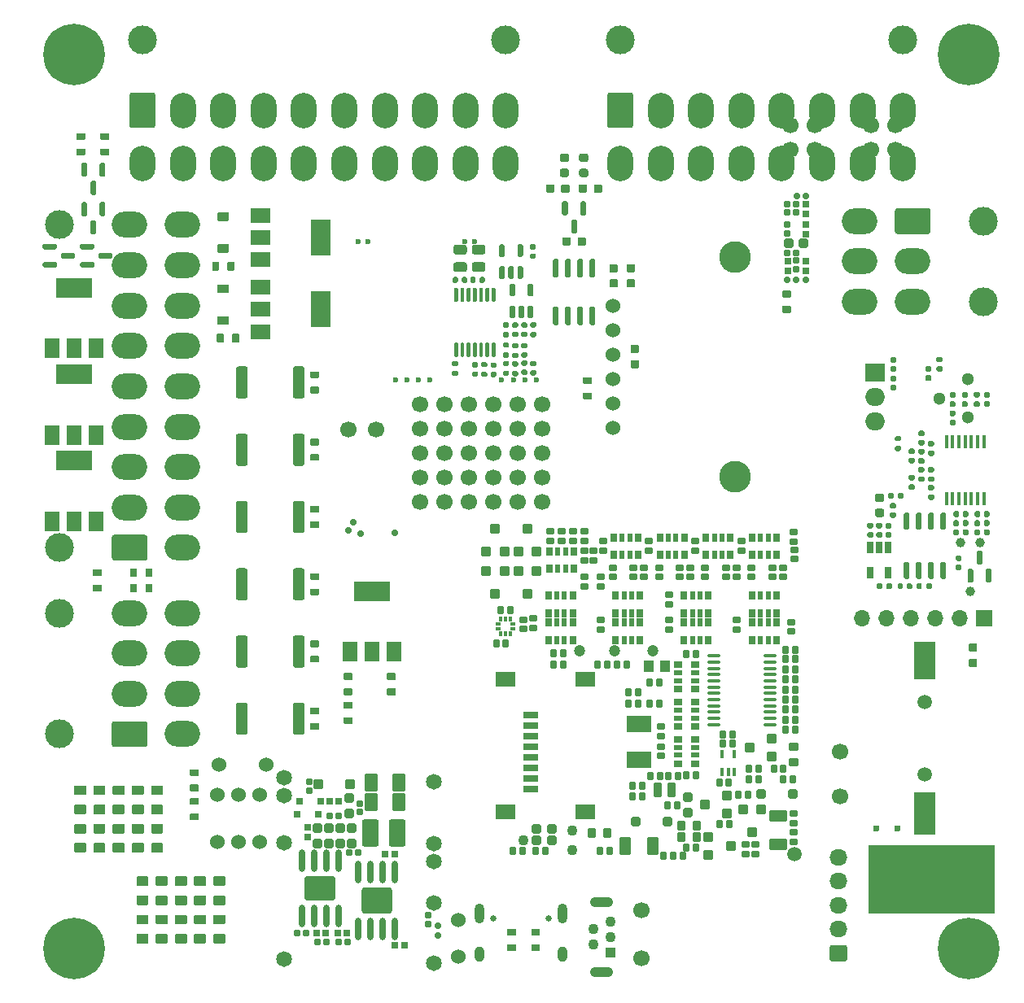
<source format=gbs>
G75*
G70*
%OFA0B0*%
%FSLAX25Y25*%
%IPPOS*%
%LPD*%
%AMOC8*
5,1,8,0,0,1.08239X$1,22.5*
%
%AMM121*
21,1,0.029130,0.018900,0.000000,-0.000000,90.000000*
21,1,0.018900,0.029130,0.000000,-0.000000,90.000000*
1,1,0.010240,0.009450,0.009450*
1,1,0.010240,0.009450,-0.009450*
1,1,0.010240,-0.009450,-0.009450*
1,1,0.010240,-0.009450,0.009450*
%
%AMM122*
21,1,0.025200,0.019680,0.000000,-0.000000,180.000000*
21,1,0.015750,0.029130,0.000000,-0.000000,180.000000*
1,1,0.009450,-0.007870,0.009840*
1,1,0.009450,0.007870,0.009840*
1,1,0.009450,0.007870,-0.009840*
1,1,0.009450,-0.007870,-0.009840*
%
%AMM123*
21,1,0.038980,0.026770,0.000000,-0.000000,180.000000*
21,1,0.026770,0.038980,0.000000,-0.000000,180.000000*
1,1,0.012210,-0.013390,0.013390*
1,1,0.012210,0.013390,0.013390*
1,1,0.012210,0.013390,-0.013390*
1,1,0.012210,-0.013390,-0.013390*
%
%AMM124*
21,1,0.025200,0.019680,0.000000,-0.000000,270.000000*
21,1,0.015750,0.029130,0.000000,-0.000000,270.000000*
1,1,0.009450,-0.009840,-0.007870*
1,1,0.009450,-0.009840,0.007870*
1,1,0.009450,0.009840,0.007870*
1,1,0.009450,0.009840,-0.007870*
%
%AMM199*
21,1,0.029530,0.026380,-0.000000,-0.000000,90.000000*
21,1,0.020470,0.035430,-0.000000,-0.000000,90.000000*
1,1,0.009060,0.013190,0.010240*
1,1,0.009060,0.013190,-0.010240*
1,1,0.009060,-0.013190,-0.010240*
1,1,0.009060,-0.013190,0.010240*
%
%AMM20*
21,1,0.041340,0.026770,0.000000,0.000000,0.000000*
21,1,0.029130,0.038980,0.000000,0.000000,0.000000*
1,1,0.012210,0.014570,-0.013390*
1,1,0.012210,-0.014570,-0.013390*
1,1,0.012210,-0.014570,0.013390*
1,1,0.012210,0.014570,0.013390*
%
%AMM200*
21,1,0.021650,0.027950,-0.000000,-0.000000,90.000000*
21,1,0.014170,0.035430,-0.000000,-0.000000,90.000000*
1,1,0.007480,0.013980,0.007090*
1,1,0.007480,0.013980,-0.007090*
1,1,0.007480,-0.013980,-0.007090*
1,1,0.007480,-0.013980,0.007090*
%
%AMM203*
21,1,0.031500,0.018900,-0.000000,-0.000000,270.000000*
21,1,0.022840,0.027560,-0.000000,-0.000000,270.000000*
1,1,0.008660,-0.009450,-0.011420*
1,1,0.008660,-0.009450,0.011420*
1,1,0.008660,0.009450,0.011420*
1,1,0.008660,0.009450,-0.011420*
%
%AMM205*
21,1,0.031500,0.018900,-0.000000,-0.000000,0.000000*
21,1,0.022840,0.027560,-0.000000,-0.000000,0.000000*
1,1,0.008660,0.011420,-0.009450*
1,1,0.008660,-0.011420,-0.009450*
1,1,0.008660,-0.011420,0.009450*
1,1,0.008660,0.011420,0.009450*
%
%AMM207*
21,1,0.039370,0.030320,-0.000000,-0.000000,90.000000*
21,1,0.028350,0.041340,-0.000000,-0.000000,90.000000*
1,1,0.011020,0.015160,0.014170*
1,1,0.011020,0.015160,-0.014170*
1,1,0.011020,-0.015160,-0.014170*
1,1,0.011020,-0.015160,0.014170*
%
%AMM21*
21,1,0.076380,0.036220,0.000000,0.000000,90.000000*
21,1,0.061810,0.050790,0.000000,0.000000,90.000000*
1,1,0.014570,0.018110,0.030910*
1,1,0.014570,0.018110,-0.030910*
1,1,0.014570,-0.018110,-0.030910*
1,1,0.014570,-0.018110,0.030910*
%
%AMM210*
21,1,0.031500,0.030710,-0.000000,-0.000000,180.000000*
21,1,0.022050,0.040160,-0.000000,-0.000000,180.000000*
1,1,0.009450,-0.011020,0.015350*
1,1,0.009450,0.011020,0.015350*
1,1,0.009450,0.011020,-0.015350*
1,1,0.009450,-0.011020,-0.015350*
%
%AMM228*
21,1,0.037400,0.026770,-0.000000,-0.000000,270.000000*
21,1,0.026770,0.037400,-0.000000,-0.000000,270.000000*
1,1,0.010630,-0.013390,-0.013390*
1,1,0.010630,-0.013390,0.013390*
1,1,0.010630,0.013390,0.013390*
1,1,0.010630,0.013390,-0.013390*
%
%AMM229*
21,1,0.029530,0.026380,-0.000000,-0.000000,180.000000*
21,1,0.020470,0.035430,-0.000000,-0.000000,180.000000*
1,1,0.009060,-0.010240,0.013190*
1,1,0.009060,0.010240,0.013190*
1,1,0.009060,0.010240,-0.013190*
1,1,0.009060,-0.010240,-0.013190*
%
%AMM230*
21,1,0.021650,0.027950,-0.000000,-0.000000,180.000000*
21,1,0.014170,0.035430,-0.000000,-0.000000,180.000000*
1,1,0.007480,-0.007090,0.013980*
1,1,0.007480,0.007090,0.013980*
1,1,0.007480,0.007090,-0.013980*
1,1,0.007480,-0.007090,-0.013980*
%
%AMM231*
21,1,0.037400,0.026770,-0.000000,-0.000000,180.000000*
21,1,0.026770,0.037400,-0.000000,-0.000000,180.000000*
1,1,0.010630,-0.013390,0.013390*
1,1,0.010630,0.013390,0.013390*
1,1,0.010630,0.013390,-0.013390*
1,1,0.010630,-0.013390,-0.013390*
%
%AMM232*
21,1,0.082680,0.045670,-0.000000,-0.000000,0.000000*
21,1,0.067320,0.061020,-0.000000,-0.000000,0.000000*
1,1,0.015350,0.033660,-0.022840*
1,1,0.015350,-0.033660,-0.022840*
1,1,0.015350,-0.033660,0.022840*
1,1,0.015350,0.033660,0.022840*
%
%AMM233*
21,1,0.062990,0.020470,-0.000000,-0.000000,0.000000*
21,1,0.053940,0.029530,-0.000000,-0.000000,0.000000*
1,1,0.009060,0.026970,-0.010240*
1,1,0.009060,-0.026970,-0.010240*
1,1,0.009060,-0.026970,0.010240*
1,1,0.009060,0.026970,0.010240*
%
%AMM234*
21,1,0.039370,0.030320,-0.000000,-0.000000,0.000000*
21,1,0.028350,0.041340,-0.000000,-0.000000,0.000000*
1,1,0.011020,0.014170,-0.015160*
1,1,0.011020,-0.014170,-0.015160*
1,1,0.011020,-0.014170,0.015160*
1,1,0.011020,0.014170,0.015160*
%
%AMM235*
21,1,0.016540,0.028980,-0.000000,-0.000000,0.000000*
21,1,0.010080,0.035430,-0.000000,-0.000000,0.000000*
1,1,0.006460,0.005040,-0.014490*
1,1,0.006460,-0.005040,-0.014490*
1,1,0.006460,-0.005040,0.014490*
1,1,0.006460,0.005040,0.014490*
%
%AMM236*
21,1,0.074800,0.036220,-0.000000,-0.000000,180.000000*
21,1,0.061810,0.049210,-0.000000,-0.000000,180.000000*
1,1,0.012990,-0.030910,0.018110*
1,1,0.012990,0.030910,0.018110*
1,1,0.012990,0.030910,-0.018110*
1,1,0.012990,-0.030910,-0.018110*
%
%AMM237*
21,1,0.039760,0.026770,-0.000000,-0.000000,180.000000*
21,1,0.029130,0.037400,-0.000000,-0.000000,180.000000*
1,1,0.010630,-0.014570,0.013390*
1,1,0.010630,0.014570,0.013390*
1,1,0.010630,0.014570,-0.013390*
1,1,0.010630,-0.014570,-0.013390*
%
%AMM238*
21,1,0.031500,0.049610,-0.000000,-0.000000,180.000000*
21,1,0.022050,0.059060,-0.000000,-0.000000,180.000000*
1,1,0.009450,-0.011020,0.024800*
1,1,0.009450,0.011020,0.024800*
1,1,0.009450,0.011020,-0.024800*
1,1,0.009450,-0.011020,-0.024800*
%
%AMM239*
21,1,0.074800,0.036220,-0.000000,-0.000000,270.000000*
21,1,0.061810,0.049210,-0.000000,-0.000000,270.000000*
1,1,0.012990,-0.018110,-0.030910*
1,1,0.012990,-0.018110,0.030910*
1,1,0.012990,0.018110,0.030910*
1,1,0.012990,0.018110,-0.030910*
%
%AMM24*
21,1,0.029130,0.018900,0.000000,0.000000,90.000000*
21,1,0.018900,0.029130,0.000000,0.000000,90.000000*
1,1,0.010240,0.009450,0.009450*
1,1,0.010240,0.009450,-0.009450*
1,1,0.010240,-0.009450,-0.009450*
1,1,0.010240,-0.009450,0.009450*
%
%AMM240*
21,1,0.031500,0.030710,-0.000000,-0.000000,270.000000*
21,1,0.022050,0.040160,-0.000000,-0.000000,270.000000*
1,1,0.009450,-0.015350,-0.011020*
1,1,0.009450,-0.015350,0.011020*
1,1,0.009450,0.015350,0.011020*
1,1,0.009450,0.015350,-0.011020*
%
%AMM25*
21,1,0.025200,0.019680,0.000000,0.000000,0.000000*
21,1,0.015750,0.029130,0.000000,0.000000,0.000000*
1,1,0.009450,0.007870,-0.009840*
1,1,0.009450,-0.007870,-0.009840*
1,1,0.009450,-0.007870,0.009840*
1,1,0.009450,0.007870,0.009840*
%
%AMM26*
21,1,0.025200,0.019680,0.000000,0.000000,270.000000*
21,1,0.015750,0.029130,0.000000,0.000000,270.000000*
1,1,0.009450,-0.009840,-0.007870*
1,1,0.009450,-0.009840,0.007870*
1,1,0.009450,0.009840,0.007870*
1,1,0.009450,0.009840,-0.007870*
%
%AMM32*
21,1,0.111810,0.050390,0.000000,0.000000,90.000000*
21,1,0.093700,0.068500,0.000000,0.000000,90.000000*
1,1,0.018110,0.025200,0.046850*
1,1,0.018110,0.025200,-0.046850*
1,1,0.018110,-0.025200,-0.046850*
1,1,0.018110,-0.025200,0.046850*
%
%AMM33*
21,1,0.038980,0.026770,0.000000,0.000000,270.000000*
21,1,0.026770,0.038980,0.000000,0.000000,270.000000*
1,1,0.012210,-0.013390,-0.013390*
1,1,0.012210,-0.013390,0.013390*
1,1,0.012210,0.013390,0.013390*
1,1,0.012210,0.013390,-0.013390*
%
%AMM34*
21,1,0.029130,0.018900,0.000000,0.000000,180.000000*
21,1,0.018900,0.029130,0.000000,0.000000,180.000000*
1,1,0.010240,-0.009450,0.009450*
1,1,0.010240,0.009450,0.009450*
1,1,0.010240,0.009450,-0.009450*
1,1,0.010240,-0.009450,-0.009450*
%
%AMM35*
21,1,0.127560,0.075590,0.000000,0.000000,180.000000*
21,1,0.103150,0.100000,0.000000,0.000000,180.000000*
1,1,0.024410,-0.051580,0.037800*
1,1,0.024410,0.051580,0.037800*
1,1,0.024410,0.051580,-0.037800*
1,1,0.024410,-0.051580,-0.037800*
%
%AMM36*
21,1,0.123620,0.083460,0.000000,0.000000,0.000000*
21,1,0.097240,0.109840,0.000000,0.000000,0.000000*
1,1,0.026380,0.048620,-0.041730*
1,1,0.026380,-0.048620,-0.041730*
1,1,0.026380,-0.048620,0.041730*
1,1,0.026380,0.048620,0.041730*
%
%ADD100R,0.09055X0.17323*%
%ADD101R,0.09055X0.15748*%
%ADD11C,0.06693*%
%ADD12O,0.10630X0.14567*%
%ADD126M20*%
%ADD127M21*%
%ADD130M24*%
%ADD131M25*%
%ADD132M26*%
%ADD133C,0.02913*%
%ADD134C,0.06457*%
%ADD14C,0.11811*%
%ADD142M32*%
%ADD143M33*%
%ADD144M34*%
%ADD145O,0.02520X0.09213*%
%ADD146M35*%
%ADD147M36*%
%ADD162C,0.05118*%
%ADD175C,0.03900*%
%ADD22R,0.07874X0.05906*%
%ADD23R,0.07874X0.14961*%
%ADD230C,0.04724*%
%ADD231C,0.04294*%
%ADD24C,0.03150*%
%ADD25C,0.25197*%
%ADD256R,0.01772X0.01870*%
%ADD258O,0.05354X0.01378*%
%ADD26C,0.06000*%
%ADD261R,0.09843X0.07087*%
%ADD262R,0.01870X0.01772*%
%ADD264R,0.04331X0.04724*%
%ADD27O,0.07283X0.06693*%
%ADD28R,0.05906X0.07874*%
%ADD29R,0.14961X0.07874*%
%ADD30C,0.02362*%
%ADD306M121*%
%ADD307M122*%
%ADD308M123*%
%ADD309M124*%
%ADD313R,0.07874X0.07500*%
%ADD314O,0.07874X0.07500*%
%ADD316R,0.01772X0.05709*%
%ADD317R,0.02559X0.04803*%
%ADD36R,0.04331X0.04331*%
%ADD37C,0.04331*%
%ADD38O,0.09449X0.04331*%
%ADD41C,0.05906*%
%ADD412M199*%
%ADD413M200*%
%ADD416M203*%
%ADD418M205*%
%ADD420M207*%
%ADD423M210*%
%ADD441M228*%
%ADD442M229*%
%ADD443M230*%
%ADD444M231*%
%ADD445M232*%
%ADD446M233*%
%ADD447M234*%
%ADD448M235*%
%ADD449M236*%
%ADD450M237*%
%ADD451M238*%
%ADD452M239*%
%ADD453M240*%
%ADD57O,0.14567X0.10630*%
%ADD74O,0.03937X0.08268*%
%ADD75O,0.03937X0.06299*%
%ADD76R,0.06693X0.06693*%
%ADD77O,0.06693X0.06693*%
%ADD78C,0.13000*%
%ADD83C,0.00472*%
%ADD84C,0.02559*%
X0000000Y0000000D02*
%LPD*%
G01*
D83*
X0390354Y0028445D02*
X0339173Y0028445D01*
X0339173Y0056004D01*
X0390354Y0056004D01*
X0390354Y0028445D01*
G36*
X0390354Y0028445D02*
G01*
X0339173Y0028445D01*
X0339173Y0056004D01*
X0390354Y0056004D01*
X0390354Y0028445D01*
G37*
D11*
X0316929Y0351181D03*
X0306929Y0351181D03*
D14*
X0237402Y0385925D03*
X0353150Y0385925D03*
G36*
G01*
X0232087Y0350886D02*
X0232087Y0363484D01*
G75*
G02*
X0233071Y0364469I0000984J0000000D01*
G01*
X0241732Y0364469D01*
G75*
G02*
X0242717Y0363484I0000000J-000984D01*
G01*
X0242717Y0350886D01*
G75*
G02*
X0241732Y0349902I-000984J0000000D01*
G01*
X0233071Y0349902D01*
G75*
G02*
X0232087Y0350886I0000000J0000984D01*
G01*
G37*
D12*
X0253937Y0357185D03*
X0270472Y0357185D03*
X0287008Y0357185D03*
X0303543Y0357185D03*
X0320079Y0357185D03*
X0336614Y0357185D03*
X0353150Y0357185D03*
X0237402Y0335531D03*
X0253937Y0335531D03*
X0270472Y0335531D03*
X0287008Y0335531D03*
X0303543Y0335531D03*
X0320079Y0335531D03*
X0336614Y0335531D03*
X0353150Y0335531D03*
D11*
X0340000Y0341051D03*
X0327559Y0075984D03*
D14*
X0041732Y0385925D03*
X0190551Y0385925D03*
G36*
G01*
X0036417Y0350886D02*
X0036417Y0363484D01*
G75*
G02*
X0037402Y0364469I0000984J0000000D01*
G01*
X0046063Y0364469D01*
G75*
G02*
X0047047Y0363484I0000000J-000984D01*
G01*
X0047047Y0350886D01*
G75*
G02*
X0046063Y0349902I-000984J0000000D01*
G01*
X0037402Y0349902D01*
G75*
G02*
X0036417Y0350886I0000000J0000984D01*
G01*
G37*
D12*
X0058268Y0357185D03*
X0074803Y0357185D03*
X0091339Y0357185D03*
X0107874Y0357185D03*
X0124409Y0357185D03*
X0140945Y0357185D03*
X0157480Y0357185D03*
X0174016Y0357185D03*
X0190551Y0357185D03*
X0041732Y0335531D03*
X0058268Y0335531D03*
X0074803Y0335531D03*
X0091339Y0335531D03*
X0107874Y0335531D03*
X0124409Y0335531D03*
X0140945Y0335531D03*
X0157480Y0335531D03*
X0174016Y0335531D03*
X0190551Y0335531D03*
D11*
X0125984Y0226378D03*
X0340000Y0351051D03*
X0137402Y0226378D03*
X0350000Y0341051D03*
D24*
X0004331Y0379921D03*
X0007098Y0386603D03*
X0007098Y0373240D03*
X0013780Y0389370D03*
D25*
X0013780Y0379921D03*
D24*
X0013780Y0370472D03*
X0020461Y0386603D03*
X0020461Y0373240D03*
X0023228Y0379921D03*
X0370472Y0379921D03*
X0373240Y0386603D03*
X0373240Y0373240D03*
X0379921Y0389370D03*
D25*
X0379921Y0379921D03*
D24*
X0379921Y0370472D03*
X0386603Y0386603D03*
X0386603Y0373240D03*
X0389370Y0379921D03*
D26*
X0072441Y0076575D03*
X0072441Y0057283D03*
G36*
G01*
X0329429Y0008465D02*
X0324114Y0008465D01*
G75*
G02*
X0323130Y0009449I0000000J0000984D01*
G01*
X0323130Y0014173D01*
G75*
G02*
X0324114Y0015157I0000984J0000000D01*
G01*
X0329429Y0015157D01*
G75*
G02*
X0330413Y0014173I0000000J-000984D01*
G01*
X0330413Y0009449D01*
G75*
G02*
X0329429Y0008465I-000984J0000000D01*
G01*
G37*
D27*
X0326772Y0021654D03*
X0326772Y0031496D03*
X0326772Y0041339D03*
X0326772Y0051181D03*
D11*
X0246063Y0029528D03*
X0350000Y0351051D03*
D24*
X0004331Y0013780D03*
X0007098Y0020461D03*
X0007098Y0007098D03*
X0013780Y0023228D03*
D25*
X0013780Y0013780D03*
D24*
X0013780Y0004331D03*
X0020461Y0020461D03*
X0020461Y0007098D03*
X0023228Y0013780D03*
D30*
X0193602Y0246752D03*
X0188878Y0246752D03*
X0198327Y0246752D03*
X0203051Y0246752D03*
X0177618Y0303543D03*
X0173681Y0303543D03*
D36*
X0233268Y0012205D03*
D37*
X0226378Y0015354D03*
X0233268Y0018504D03*
X0226378Y0021654D03*
X0233268Y0024803D03*
D38*
X0229823Y0004134D03*
X0229823Y0032874D03*
D26*
X0081102Y0076575D03*
X0081102Y0057283D03*
D30*
X0313287Y0287894D03*
X0309547Y0287894D03*
X0305807Y0287894D03*
X0309744Y0322146D03*
X0313287Y0322146D03*
D11*
X0316929Y0341181D03*
D41*
X0160925Y0081988D03*
X0160925Y0056791D03*
X0160925Y0049311D03*
X0160925Y0032382D03*
D30*
X0162697Y0022933D03*
X0162697Y0018996D03*
D41*
X0160925Y0007776D03*
X0099902Y0083760D03*
X0099902Y0076476D03*
X0099902Y0056988D03*
X0099902Y0009547D03*
D30*
X0125984Y0184941D03*
X0128051Y0188386D03*
X0131004Y0183760D03*
X0144980Y0184055D03*
D14*
X0007776Y0177953D03*
X0007776Y0310236D03*
G36*
G01*
X0042815Y0172638D02*
X0030217Y0172638D01*
G75*
G02*
X0029232Y0173622I0000000J0000984D01*
G01*
X0029232Y0182283D01*
G75*
G02*
X0030217Y0183268I0000984J0000000D01*
G01*
X0042815Y0183268D01*
G75*
G02*
X0043799Y0182283I0000000J-000984D01*
G01*
X0043799Y0173622D01*
G75*
G02*
X0042815Y0172638I-000984J0000000D01*
G01*
G37*
D57*
X0036516Y0194488D03*
X0036516Y0211024D03*
X0036516Y0227559D03*
X0036516Y0244094D03*
X0036516Y0260630D03*
X0036516Y0277165D03*
X0036516Y0293701D03*
X0036516Y0310236D03*
X0058169Y0177953D03*
X0058169Y0194488D03*
X0058169Y0211024D03*
X0058169Y0227559D03*
X0058169Y0244094D03*
X0058169Y0260630D03*
X0058169Y0277165D03*
X0058169Y0293701D03*
X0058169Y0310236D03*
D14*
X0385925Y0311811D03*
X0385925Y0278740D03*
G36*
G01*
X0350886Y0317126D02*
X0363484Y0317126D01*
G75*
G02*
X0364469Y0316142I0000000J-000984D01*
G01*
X0364469Y0307480D01*
G75*
G02*
X0363484Y0306496I-000984J0000000D01*
G01*
X0350886Y0306496D01*
G75*
G02*
X0349902Y0307480I0000000J0000984D01*
G01*
X0349902Y0316142D01*
G75*
G02*
X0350886Y0317126I0000984J0000000D01*
G01*
G37*
D57*
X0357185Y0295276D03*
X0357185Y0278740D03*
X0335531Y0311811D03*
X0335531Y0295276D03*
X0335531Y0278740D03*
D26*
X0089764Y0076575D03*
X0089764Y0057283D03*
D11*
X0155512Y0196693D03*
X0155512Y0206693D03*
X0155512Y0216693D03*
X0155512Y0226693D03*
X0155512Y0236693D03*
X0165512Y0196693D03*
X0165512Y0206693D03*
X0165512Y0216693D03*
X0165512Y0226693D03*
X0165512Y0236693D03*
X0175512Y0196693D03*
X0175512Y0206693D03*
X0175512Y0216693D03*
X0175512Y0226693D03*
X0175512Y0236693D03*
X0246063Y0009843D03*
D26*
X0171160Y0025491D03*
X0171160Y0010491D03*
D11*
X0306929Y0341181D03*
D14*
X0007776Y0101575D03*
X0007776Y0151181D03*
G36*
G01*
X0042815Y0096260D02*
X0030217Y0096260D01*
G75*
G02*
X0029232Y0097244I0000000J0000984D01*
G01*
X0029232Y0105906D01*
G75*
G02*
X0030217Y0106890I0000984J0000000D01*
G01*
X0042815Y0106890D01*
G75*
G02*
X0043799Y0105906I0000000J-000984D01*
G01*
X0043799Y0097244D01*
G75*
G02*
X0042815Y0096260I-000984J0000000D01*
G01*
G37*
D57*
X0036516Y0118110D03*
X0036516Y0134646D03*
X0036516Y0151181D03*
X0058169Y0101575D03*
X0058169Y0118110D03*
X0058169Y0134646D03*
X0058169Y0151181D03*
D11*
X0327559Y0094488D03*
D84*
X0185472Y0026004D03*
X0208228Y0026004D03*
D74*
X0179843Y0027972D03*
D75*
X0179843Y0011516D03*
D74*
X0213858Y0027972D03*
D75*
X0213858Y0011516D03*
D24*
X0370472Y0013780D03*
X0373240Y0020461D03*
X0373240Y0007098D03*
X0379921Y0023228D03*
D25*
X0379921Y0013780D03*
D24*
X0379921Y0004331D03*
X0386603Y0020461D03*
X0386603Y0007098D03*
X0389370Y0013780D03*
D30*
X0150098Y0246752D03*
X0145374Y0246752D03*
X0154823Y0246752D03*
X0159547Y0246752D03*
X0134114Y0303543D03*
X0130177Y0303543D03*
D26*
X0073031Y0088976D03*
X0092323Y0088976D03*
D76*
X0386417Y0149213D03*
D77*
X0376417Y0149213D03*
X0366417Y0149213D03*
X0356417Y0149213D03*
X0346417Y0149213D03*
X0336417Y0149213D03*
D78*
X0284265Y0296969D03*
X0284265Y0206969D03*
D26*
X0234265Y0276969D03*
X0234265Y0266969D03*
X0234265Y0256969D03*
X0234265Y0246969D03*
X0234265Y0236969D03*
X0234265Y0226969D03*
D11*
X0185512Y0196693D03*
X0185512Y0206693D03*
X0185512Y0216693D03*
X0185512Y0226693D03*
X0185512Y0236693D03*
X0195512Y0196693D03*
X0195512Y0206693D03*
X0195512Y0216693D03*
X0195512Y0226693D03*
X0195512Y0236693D03*
X0205512Y0196693D03*
X0205512Y0206693D03*
X0205512Y0216693D03*
X0205512Y0226693D03*
X0205512Y0236693D03*
G36*
G01*
X0214173Y0319910D02*
X0215354Y0319910D01*
G75*
G02*
X0215945Y0319319I0000000J-000591D01*
G01*
X0215945Y0314693D01*
G75*
G02*
X0215354Y0314102I-000591J0000000D01*
G01*
X0214173Y0314102D01*
G75*
G02*
X0213583Y0314693I0000000J0000591D01*
G01*
X0213583Y0319319D01*
G75*
G02*
X0214173Y0319910I0000591J0000000D01*
G01*
G37*
G36*
G01*
X0221654Y0319910D02*
X0222835Y0319910D01*
G75*
G02*
X0223425Y0319319I0000000J-000591D01*
G01*
X0223425Y0314693D01*
G75*
G02*
X0222835Y0314102I-000591J0000000D01*
G01*
X0221654Y0314102D01*
G75*
G02*
X0221063Y0314693I0000000J0000591D01*
G01*
X0221063Y0319319D01*
G75*
G02*
X0221654Y0319910I0000591J0000000D01*
G01*
G37*
G36*
G01*
X0217913Y0312528D02*
X0219094Y0312528D01*
G75*
G02*
X0219685Y0311937I0000000J-000591D01*
G01*
X0219685Y0307311D01*
G75*
G02*
X0219094Y0306721I-000591J0000000D01*
G01*
X0217913Y0306721D01*
G75*
G02*
X0217323Y0307311I0000000J0000591D01*
G01*
X0217323Y0311937D01*
G75*
G02*
X0217913Y0312528I0000591J0000000D01*
G01*
G37*
G36*
G01*
X0049803Y0052992D02*
X0045669Y0052992D01*
G75*
G02*
X0045276Y0053386I0000000J0000394D01*
G01*
X0045276Y0056535D01*
G75*
G02*
X0045669Y0056929I0000394J0000000D01*
G01*
X0049803Y0056929D01*
G75*
G02*
X0050197Y0056535I0000000J-000394D01*
G01*
X0050197Y0053386D01*
G75*
G02*
X0049803Y0052992I-000394J0000000D01*
G01*
G37*
G36*
G01*
X0049803Y0060866D02*
X0045669Y0060866D01*
G75*
G02*
X0045276Y0061260I0000000J0000394D01*
G01*
X0045276Y0064409D01*
G75*
G02*
X0045669Y0064803I0000394J0000000D01*
G01*
X0049803Y0064803D01*
G75*
G02*
X0050197Y0064409I0000000J-000394D01*
G01*
X0050197Y0061260D01*
G75*
G02*
X0049803Y0060866I-000394J0000000D01*
G01*
G37*
G36*
G01*
X0241969Y0261083D02*
X0244646Y0261083D01*
G75*
G02*
X0244980Y0260748I0000000J-000335D01*
G01*
X0244980Y0258071D01*
G75*
G02*
X0244646Y0257736I-000335J0000000D01*
G01*
X0241969Y0257736D01*
G75*
G02*
X0241634Y0258071I0000000J0000335D01*
G01*
X0241634Y0260748D01*
G75*
G02*
X0241969Y0261083I0000335J0000000D01*
G01*
G37*
G36*
G01*
X0241969Y0254862D02*
X0244646Y0254862D01*
G75*
G02*
X0244980Y0254528I0000000J-000335D01*
G01*
X0244980Y0251850D01*
G75*
G02*
X0244646Y0251516I-000335J0000000D01*
G01*
X0241969Y0251516D01*
G75*
G02*
X0241634Y0251850I0000000J0000335D01*
G01*
X0241634Y0254528D01*
G75*
G02*
X0241969Y0254862I0000335J0000000D01*
G01*
G37*
G36*
G01*
X0076811Y0298819D02*
X0072795Y0298819D01*
G75*
G02*
X0072441Y0299173I0000000J0000354D01*
G01*
X0072441Y0302008D01*
G75*
G02*
X0072795Y0302362I0000354J0000000D01*
G01*
X0076811Y0302362D01*
G75*
G02*
X0077165Y0302008I0000000J-000354D01*
G01*
X0077165Y0299173D01*
G75*
G02*
X0076811Y0298819I-000354J0000000D01*
G01*
G37*
G36*
G01*
X0076811Y0311811D02*
X0072795Y0311811D01*
G75*
G02*
X0072441Y0312165I0000000J0000354D01*
G01*
X0072441Y0315000D01*
G75*
G02*
X0072795Y0315354I0000354J0000000D01*
G01*
X0076811Y0315354D01*
G75*
G02*
X0077165Y0315000I0000000J-000354D01*
G01*
X0077165Y0312165D01*
G75*
G02*
X0076811Y0311811I-000354J0000000D01*
G01*
G37*
D41*
X0362205Y0085040D03*
X0362205Y0114567D03*
D100*
X0362205Y0068898D03*
D101*
X0362205Y0131890D03*
G36*
G01*
X0036811Y0166181D02*
X0036811Y0169252D01*
G75*
G02*
X0037087Y0169528I0000276J0000000D01*
G01*
X0039291Y0169528D01*
G75*
G02*
X0039567Y0169252I0000000J-000276D01*
G01*
X0039567Y0166181D01*
G75*
G02*
X0039291Y0165906I-000276J0000000D01*
G01*
X0037087Y0165906D01*
G75*
G02*
X0036811Y0166181I0000000J0000276D01*
G01*
G37*
G36*
G01*
X0043110Y0166181D02*
X0043110Y0169252D01*
G75*
G02*
X0043386Y0169528I0000276J0000000D01*
G01*
X0045591Y0169528D01*
G75*
G02*
X0045866Y0169252I0000000J-000276D01*
G01*
X0045866Y0166181D01*
G75*
G02*
X0045591Y0165906I-000276J0000000D01*
G01*
X0043386Y0165906D01*
G75*
G02*
X0043110Y0166181I0000000J0000276D01*
G01*
G37*
G36*
G01*
X0229941Y0326535D02*
X0229941Y0323858D01*
G75*
G02*
X0229606Y0323524I-000335J0000000D01*
G01*
X0226929Y0323524D01*
G75*
G02*
X0226594Y0323858I0000000J0000335D01*
G01*
X0226594Y0326535D01*
G75*
G02*
X0226929Y0326870I0000335J0000000D01*
G01*
X0229606Y0326870D01*
G75*
G02*
X0229941Y0326535I0000000J-000335D01*
G01*
G37*
G36*
G01*
X0223720Y0326535D02*
X0223720Y0323858D01*
G75*
G02*
X0223386Y0323524I-000335J0000000D01*
G01*
X0220709Y0323524D01*
G75*
G02*
X0220374Y0323858I0000000J0000335D01*
G01*
X0220374Y0326535D01*
G75*
G02*
X0220709Y0326870I0000335J0000000D01*
G01*
X0223386Y0326870D01*
G75*
G02*
X0223720Y0326535I0000000J-000335D01*
G01*
G37*
G36*
G01*
X0026181Y0052992D02*
X0022047Y0052992D01*
G75*
G02*
X0021654Y0053386I0000000J0000394D01*
G01*
X0021654Y0056535D01*
G75*
G02*
X0022047Y0056929I0000394J0000000D01*
G01*
X0026181Y0056929D01*
G75*
G02*
X0026575Y0056535I0000000J-000394D01*
G01*
X0026575Y0053386D01*
G75*
G02*
X0026181Y0052992I-000394J0000000D01*
G01*
G37*
G36*
G01*
X0026181Y0060866D02*
X0022047Y0060866D01*
G75*
G02*
X0021654Y0061260I0000000J0000394D01*
G01*
X0021654Y0064409D01*
G75*
G02*
X0022047Y0064803I0000394J0000000D01*
G01*
X0026181Y0064803D01*
G75*
G02*
X0026575Y0064409I0000000J-000394D01*
G01*
X0026575Y0061260D01*
G75*
G02*
X0026181Y0060866I-000394J0000000D01*
G01*
G37*
G36*
G01*
X0380551Y0138642D02*
X0383228Y0138642D01*
G75*
G02*
X0383563Y0138307I0000000J-000335D01*
G01*
X0383563Y0135630D01*
G75*
G02*
X0383228Y0135295I-000335J0000000D01*
G01*
X0380551Y0135295D01*
G75*
G02*
X0380217Y0135630I0000000J0000335D01*
G01*
X0380217Y0138307D01*
G75*
G02*
X0380551Y0138642I0000335J0000000D01*
G01*
G37*
G36*
G01*
X0380551Y0132421D02*
X0383228Y0132421D01*
G75*
G02*
X0383563Y0132087I0000000J-000335D01*
G01*
X0383563Y0129409D01*
G75*
G02*
X0383228Y0129075I-000335J0000000D01*
G01*
X0380551Y0129075D01*
G75*
G02*
X0380217Y0129409I0000000J0000335D01*
G01*
X0380217Y0132087D01*
G75*
G02*
X0380551Y0132421I0000335J0000000D01*
G01*
G37*
G36*
G01*
X0213720Y0302134D02*
X0213720Y0304811D01*
G75*
G02*
X0214055Y0305146I0000335J0000000D01*
G01*
X0216732Y0305146D01*
G75*
G02*
X0217067Y0304811I0000000J-000335D01*
G01*
X0217067Y0302134D01*
G75*
G02*
X0216732Y0301799I-000335J0000000D01*
G01*
X0214055Y0301799D01*
G75*
G02*
X0213720Y0302134I0000000J0000335D01*
G01*
G37*
G36*
G01*
X0219941Y0302134D02*
X0219941Y0304811D01*
G75*
G02*
X0220276Y0305146I0000335J0000000D01*
G01*
X0222953Y0305146D01*
G75*
G02*
X0223287Y0304811I0000000J-000335D01*
G01*
X0223287Y0302134D01*
G75*
G02*
X0222953Y0301799I-000335J0000000D01*
G01*
X0220276Y0301799D01*
G75*
G02*
X0219941Y0302134I0000000J0000335D01*
G01*
G37*
G36*
G01*
X0024764Y0160039D02*
X0021693Y0160039D01*
G75*
G02*
X0021417Y0160315I0000000J0000276D01*
G01*
X0021417Y0162520D01*
G75*
G02*
X0021693Y0162795I0000276J0000000D01*
G01*
X0024764Y0162795D01*
G75*
G02*
X0025039Y0162520I0000000J-000276D01*
G01*
X0025039Y0160315D01*
G75*
G02*
X0024764Y0160039I-000276J0000000D01*
G01*
G37*
G36*
G01*
X0024764Y0166339D02*
X0021693Y0166339D01*
G75*
G02*
X0021417Y0166614I0000000J0000276D01*
G01*
X0021417Y0168819D01*
G75*
G02*
X0021693Y0169094I0000276J0000000D01*
G01*
X0024764Y0169094D01*
G75*
G02*
X0025039Y0168819I0000000J-000276D01*
G01*
X0025039Y0166614D01*
G75*
G02*
X0024764Y0166339I-000276J0000000D01*
G01*
G37*
G36*
G01*
X0063287Y0043307D02*
X0067421Y0043307D01*
G75*
G02*
X0067815Y0042913I0000000J-000394D01*
G01*
X0067815Y0039764D01*
G75*
G02*
X0067421Y0039370I-000394J0000000D01*
G01*
X0063287Y0039370D01*
G75*
G02*
X0062894Y0039764I0000000J0000394D01*
G01*
X0062894Y0042913D01*
G75*
G02*
X0063287Y0043307I0000394J0000000D01*
G01*
G37*
G36*
G01*
X0063287Y0035433D02*
X0067421Y0035433D01*
G75*
G02*
X0067815Y0035039I0000000J-000394D01*
G01*
X0067815Y0031890D01*
G75*
G02*
X0067421Y0031496I-000394J0000000D01*
G01*
X0063287Y0031496D01*
G75*
G02*
X0062894Y0031890I0000000J0000394D01*
G01*
X0062894Y0035039D01*
G75*
G02*
X0063287Y0035433I0000394J0000000D01*
G01*
G37*
G36*
G01*
X0108169Y0251280D02*
X0108169Y0240059D01*
G75*
G02*
X0107185Y0239075I-000984J0000000D01*
G01*
X0104331Y0239075D01*
G75*
G02*
X0103346Y0240059I0000000J0000984D01*
G01*
X0103346Y0251280D01*
G75*
G02*
X0104331Y0252264I0000984J0000000D01*
G01*
X0107185Y0252264D01*
G75*
G02*
X0108169Y0251280I0000000J-000984D01*
G01*
G37*
G36*
G01*
X0084843Y0251280D02*
X0084843Y0240059D01*
G75*
G02*
X0083858Y0239075I-000984J0000000D01*
G01*
X0081004Y0239075D01*
G75*
G02*
X0080020Y0240059I0000000J0000984D01*
G01*
X0080020Y0251280D01*
G75*
G02*
X0081004Y0252264I0000984J0000000D01*
G01*
X0083858Y0252264D01*
G75*
G02*
X0084843Y0251280I0000000J-000984D01*
G01*
G37*
G36*
G01*
X0029921Y0080551D02*
X0034055Y0080551D01*
G75*
G02*
X0034449Y0080157I0000000J-000394D01*
G01*
X0034449Y0077008D01*
G75*
G02*
X0034055Y0076614I-000394J0000000D01*
G01*
X0029921Y0076614D01*
G75*
G02*
X0029528Y0077008I0000000J0000394D01*
G01*
X0029528Y0080157D01*
G75*
G02*
X0029921Y0080551I0000394J0000000D01*
G01*
G37*
G36*
G01*
X0029921Y0072677D02*
X0034055Y0072677D01*
G75*
G02*
X0034449Y0072283I0000000J-000394D01*
G01*
X0034449Y0069134D01*
G75*
G02*
X0034055Y0068740I-000394J0000000D01*
G01*
X0029921Y0068740D01*
G75*
G02*
X0029528Y0069134I0000000J0000394D01*
G01*
X0029528Y0072283D01*
G75*
G02*
X0029921Y0072677I0000394J0000000D01*
G01*
G37*
G36*
G01*
X0075295Y0015748D02*
X0071161Y0015748D01*
G75*
G02*
X0070768Y0016142I0000000J0000394D01*
G01*
X0070768Y0019291D01*
G75*
G02*
X0071161Y0019685I0000394J0000000D01*
G01*
X0075295Y0019685D01*
G75*
G02*
X0075689Y0019291I0000000J-000394D01*
G01*
X0075689Y0016142D01*
G75*
G02*
X0075295Y0015748I-000394J0000000D01*
G01*
G37*
G36*
G01*
X0075295Y0023622D02*
X0071161Y0023622D01*
G75*
G02*
X0070768Y0024016I0000000J0000394D01*
G01*
X0070768Y0027165D01*
G75*
G02*
X0071161Y0027559I0000394J0000000D01*
G01*
X0075295Y0027559D01*
G75*
G02*
X0075689Y0027165I0000000J-000394D01*
G01*
X0075689Y0024016D01*
G75*
G02*
X0075295Y0023622I-000394J0000000D01*
G01*
G37*
G36*
G01*
X0210413Y0296260D02*
X0211594Y0296260D01*
G75*
G02*
X0212185Y0295669I0000000J-000591D01*
G01*
X0212185Y0289173D01*
G75*
G02*
X0211594Y0288583I-000591J0000000D01*
G01*
X0210413Y0288583D01*
G75*
G02*
X0209823Y0289173I0000000J0000591D01*
G01*
X0209823Y0295669D01*
G75*
G02*
X0210413Y0296260I0000591J0000000D01*
G01*
G37*
G36*
G01*
X0215413Y0296260D02*
X0216594Y0296260D01*
G75*
G02*
X0217185Y0295669I0000000J-000591D01*
G01*
X0217185Y0289173D01*
G75*
G02*
X0216594Y0288583I-000591J0000000D01*
G01*
X0215413Y0288583D01*
G75*
G02*
X0214823Y0289173I0000000J0000591D01*
G01*
X0214823Y0295669D01*
G75*
G02*
X0215413Y0296260I0000591J0000000D01*
G01*
G37*
G36*
G01*
X0220413Y0296260D02*
X0221594Y0296260D01*
G75*
G02*
X0222185Y0295669I0000000J-000591D01*
G01*
X0222185Y0289173D01*
G75*
G02*
X0221594Y0288583I-000591J0000000D01*
G01*
X0220413Y0288583D01*
G75*
G02*
X0219823Y0289173I0000000J0000591D01*
G01*
X0219823Y0295669D01*
G75*
G02*
X0220413Y0296260I0000591J0000000D01*
G01*
G37*
G36*
G01*
X0225413Y0296260D02*
X0226594Y0296260D01*
G75*
G02*
X0227185Y0295669I0000000J-000591D01*
G01*
X0227185Y0289173D01*
G75*
G02*
X0226594Y0288583I-000591J0000000D01*
G01*
X0225413Y0288583D01*
G75*
G02*
X0224823Y0289173I0000000J0000591D01*
G01*
X0224823Y0295669D01*
G75*
G02*
X0225413Y0296260I0000591J0000000D01*
G01*
G37*
G36*
G01*
X0225413Y0276772D02*
X0226594Y0276772D01*
G75*
G02*
X0227185Y0276181I0000000J-000591D01*
G01*
X0227185Y0269685D01*
G75*
G02*
X0226594Y0269094I-000591J0000000D01*
G01*
X0225413Y0269094D01*
G75*
G02*
X0224823Y0269685I0000000J0000591D01*
G01*
X0224823Y0276181D01*
G75*
G02*
X0225413Y0276772I0000591J0000000D01*
G01*
G37*
G36*
G01*
X0220413Y0276772D02*
X0221594Y0276772D01*
G75*
G02*
X0222185Y0276181I0000000J-000591D01*
G01*
X0222185Y0269685D01*
G75*
G02*
X0221594Y0269094I-000591J0000000D01*
G01*
X0220413Y0269094D01*
G75*
G02*
X0219823Y0269685I0000000J0000591D01*
G01*
X0219823Y0276181D01*
G75*
G02*
X0220413Y0276772I0000591J0000000D01*
G01*
G37*
G36*
G01*
X0215413Y0276772D02*
X0216594Y0276772D01*
G75*
G02*
X0217185Y0276181I0000000J-000591D01*
G01*
X0217185Y0269685D01*
G75*
G02*
X0216594Y0269094I-000591J0000000D01*
G01*
X0215413Y0269094D01*
G75*
G02*
X0214823Y0269685I0000000J0000591D01*
G01*
X0214823Y0276181D01*
G75*
G02*
X0215413Y0276772I0000591J0000000D01*
G01*
G37*
G36*
G01*
X0210413Y0276772D02*
X0211594Y0276772D01*
G75*
G02*
X0212185Y0276181I0000000J-000591D01*
G01*
X0212185Y0269685D01*
G75*
G02*
X0211594Y0269094I-000591J0000000D01*
G01*
X0210413Y0269094D01*
G75*
G02*
X0209823Y0269685I0000000J0000591D01*
G01*
X0209823Y0276181D01*
G75*
G02*
X0210413Y0276772I0000591J0000000D01*
G01*
G37*
G36*
G01*
X0014173Y0080551D02*
X0018307Y0080551D01*
G75*
G02*
X0018701Y0080157I0000000J-000394D01*
G01*
X0018701Y0077008D01*
G75*
G02*
X0018307Y0076614I-000394J0000000D01*
G01*
X0014173Y0076614D01*
G75*
G02*
X0013780Y0077008I0000000J0000394D01*
G01*
X0013780Y0080157D01*
G75*
G02*
X0014173Y0080551I0000394J0000000D01*
G01*
G37*
G36*
G01*
X0014173Y0072677D02*
X0018307Y0072677D01*
G75*
G02*
X0018701Y0072283I0000000J-000394D01*
G01*
X0018701Y0069134D01*
G75*
G02*
X0018307Y0068740I-000394J0000000D01*
G01*
X0014173Y0068740D01*
G75*
G02*
X0013780Y0069134I0000000J0000394D01*
G01*
X0013780Y0072283D01*
G75*
G02*
X0014173Y0072677I0000394J0000000D01*
G01*
G37*
G36*
G01*
X0108169Y0168602D02*
X0108169Y0157382D01*
G75*
G02*
X0107185Y0156398I-000984J0000000D01*
G01*
X0104331Y0156398D01*
G75*
G02*
X0103346Y0157382I0000000J0000984D01*
G01*
X0103346Y0168602D01*
G75*
G02*
X0104331Y0169587I0000984J0000000D01*
G01*
X0107185Y0169587D01*
G75*
G02*
X0108169Y0168602I0000000J-000984D01*
G01*
G37*
G36*
G01*
X0084843Y0168602D02*
X0084843Y0157382D01*
G75*
G02*
X0083858Y0156398I-000984J0000000D01*
G01*
X0081004Y0156398D01*
G75*
G02*
X0080020Y0157382I0000000J0000984D01*
G01*
X0080020Y0168602D01*
G75*
G02*
X0081004Y0169587I0000984J0000000D01*
G01*
X0083858Y0169587D01*
G75*
G02*
X0084843Y0168602I0000000J-000984D01*
G01*
G37*
D28*
X0022835Y0188780D03*
X0013780Y0188780D03*
X0004724Y0188780D03*
D29*
X0013780Y0213583D03*
G36*
G01*
X0235984Y0284587D02*
X0233307Y0284587D01*
G75*
G02*
X0232972Y0284921I0000000J0000335D01*
G01*
X0232972Y0287598D01*
G75*
G02*
X0233307Y0287933I0000335J0000000D01*
G01*
X0235984Y0287933D01*
G75*
G02*
X0236319Y0287598I0000000J-000335D01*
G01*
X0236319Y0284921D01*
G75*
G02*
X0235984Y0284587I-000335J0000000D01*
G01*
G37*
G36*
G01*
X0235984Y0290807D02*
X0233307Y0290807D01*
G75*
G02*
X0232972Y0291142I0000000J0000335D01*
G01*
X0232972Y0293819D01*
G75*
G02*
X0233307Y0294154I0000335J0000000D01*
G01*
X0235984Y0294154D01*
G75*
G02*
X0236319Y0293819I0000000J-000335D01*
G01*
X0236319Y0291142D01*
G75*
G02*
X0235984Y0290807I-000335J0000000D01*
G01*
G37*
G36*
G01*
X0039665Y0043307D02*
X0043799Y0043307D01*
G75*
G02*
X0044193Y0042913I0000000J-000394D01*
G01*
X0044193Y0039764D01*
G75*
G02*
X0043799Y0039370I-000394J0000000D01*
G01*
X0039665Y0039370D01*
G75*
G02*
X0039272Y0039764I0000000J0000394D01*
G01*
X0039272Y0042913D01*
G75*
G02*
X0039665Y0043307I0000394J0000000D01*
G01*
G37*
G36*
G01*
X0039665Y0035433D02*
X0043799Y0035433D01*
G75*
G02*
X0044193Y0035039I0000000J-000394D01*
G01*
X0044193Y0031890D01*
G75*
G02*
X0043799Y0031496I-000394J0000000D01*
G01*
X0039665Y0031496D01*
G75*
G02*
X0039272Y0031890I0000000J0000394D01*
G01*
X0039272Y0035039D01*
G75*
G02*
X0039665Y0035433I0000394J0000000D01*
G01*
G37*
D28*
X0022835Y0224213D03*
X0013780Y0224213D03*
X0004724Y0224213D03*
D29*
X0013780Y0249016D03*
G36*
G01*
X0043799Y0015748D02*
X0039665Y0015748D01*
G75*
G02*
X0039272Y0016142I0000000J0000394D01*
G01*
X0039272Y0019291D01*
G75*
G02*
X0039665Y0019685I0000394J0000000D01*
G01*
X0043799Y0019685D01*
G75*
G02*
X0044193Y0019291I0000000J-000394D01*
G01*
X0044193Y0016142D01*
G75*
G02*
X0043799Y0015748I-000394J0000000D01*
G01*
G37*
G36*
G01*
X0043799Y0023622D02*
X0039665Y0023622D01*
G75*
G02*
X0039272Y0024016I0000000J0000394D01*
G01*
X0039272Y0027165D01*
G75*
G02*
X0039665Y0027559I0000394J0000000D01*
G01*
X0043799Y0027559D01*
G75*
G02*
X0044193Y0027165I0000000J-000394D01*
G01*
X0044193Y0024016D01*
G75*
G02*
X0043799Y0023622I-000394J0000000D01*
G01*
G37*
G36*
G01*
X0108169Y0141043D02*
X0108169Y0129823D01*
G75*
G02*
X0107185Y0128839I-000984J0000000D01*
G01*
X0104331Y0128839D01*
G75*
G02*
X0103346Y0129823I0000000J0000984D01*
G01*
X0103346Y0141043D01*
G75*
G02*
X0104331Y0142028I0000984J0000000D01*
G01*
X0107185Y0142028D01*
G75*
G02*
X0108169Y0141043I0000000J-000984D01*
G01*
G37*
G36*
G01*
X0084843Y0141043D02*
X0084843Y0129823D01*
G75*
G02*
X0083858Y0128839I-000984J0000000D01*
G01*
X0081004Y0128839D01*
G75*
G02*
X0080020Y0129823I0000000J0000984D01*
G01*
X0080020Y0141043D01*
G75*
G02*
X0081004Y0142028I0000984J0000000D01*
G01*
X0083858Y0142028D01*
G75*
G02*
X0084843Y0141043I0000000J-000984D01*
G01*
G37*
G36*
G01*
X0108169Y0223720D02*
X0108169Y0212500D01*
G75*
G02*
X0107185Y0211516I-000984J0000000D01*
G01*
X0104331Y0211516D01*
G75*
G02*
X0103346Y0212500I0000000J0000984D01*
G01*
X0103346Y0223720D01*
G75*
G02*
X0104331Y0224705I0000984J0000000D01*
G01*
X0107185Y0224705D01*
G75*
G02*
X0108169Y0223720I0000000J-000984D01*
G01*
G37*
G36*
G01*
X0084843Y0223720D02*
X0084843Y0212500D01*
G75*
G02*
X0083858Y0211516I-000984J0000000D01*
G01*
X0081004Y0211516D01*
G75*
G02*
X0080020Y0212500I0000000J0000984D01*
G01*
X0080020Y0223720D01*
G75*
G02*
X0081004Y0224705I0000984J0000000D01*
G01*
X0083858Y0224705D01*
G75*
G02*
X0084843Y0223720I0000000J-000984D01*
G01*
G37*
G36*
G01*
X0037795Y0080551D02*
X0041929Y0080551D01*
G75*
G02*
X0042323Y0080157I0000000J-000394D01*
G01*
X0042323Y0077008D01*
G75*
G02*
X0041929Y0076614I-000394J0000000D01*
G01*
X0037795Y0076614D01*
G75*
G02*
X0037402Y0077008I0000000J0000394D01*
G01*
X0037402Y0080157D01*
G75*
G02*
X0037795Y0080551I0000394J0000000D01*
G01*
G37*
G36*
G01*
X0037795Y0072677D02*
X0041929Y0072677D01*
G75*
G02*
X0042323Y0072283I0000000J-000394D01*
G01*
X0042323Y0069134D01*
G75*
G02*
X0041929Y0068740I-000394J0000000D01*
G01*
X0037795Y0068740D01*
G75*
G02*
X0037402Y0069134I0000000J0000394D01*
G01*
X0037402Y0072283D01*
G75*
G02*
X0037795Y0072677I0000394J0000000D01*
G01*
G37*
G36*
G01*
X0072244Y0262244D02*
X0072244Y0265315D01*
G75*
G02*
X0072520Y0265591I0000276J0000000D01*
G01*
X0074724Y0265591D01*
G75*
G02*
X0075000Y0265315I0000000J-000276D01*
G01*
X0075000Y0262244D01*
G75*
G02*
X0074724Y0261969I-000276J0000000D01*
G01*
X0072520Y0261969D01*
G75*
G02*
X0072244Y0262244I0000000J0000276D01*
G01*
G37*
G36*
G01*
X0078543Y0262244D02*
X0078543Y0265315D01*
G75*
G02*
X0078819Y0265591I0000276J0000000D01*
G01*
X0081024Y0265591D01*
G75*
G02*
X0081299Y0265315I0000000J-000276D01*
G01*
X0081299Y0262244D01*
G75*
G02*
X0081024Y0261969I-000276J0000000D01*
G01*
X0078819Y0261969D01*
G75*
G02*
X0078543Y0262244I0000000J0000276D01*
G01*
G37*
G36*
G01*
X0076811Y0269291D02*
X0072795Y0269291D01*
G75*
G02*
X0072441Y0269646I0000000J0000354D01*
G01*
X0072441Y0272480D01*
G75*
G02*
X0072795Y0272835I0000354J0000000D01*
G01*
X0076811Y0272835D01*
G75*
G02*
X0077165Y0272480I0000000J-000354D01*
G01*
X0077165Y0269646D01*
G75*
G02*
X0076811Y0269291I-000354J0000000D01*
G01*
G37*
G36*
G01*
X0076811Y0282283D02*
X0072795Y0282283D01*
G75*
G02*
X0072441Y0282638I0000000J0000354D01*
G01*
X0072441Y0285472D01*
G75*
G02*
X0072795Y0285827I0000354J0000000D01*
G01*
X0076811Y0285827D01*
G75*
G02*
X0077165Y0285472I0000000J-000354D01*
G01*
X0077165Y0282638D01*
G75*
G02*
X0076811Y0282283I-000354J0000000D01*
G01*
G37*
G36*
G01*
X0343071Y0061811D02*
X0341181Y0061811D01*
G75*
G02*
X0340945Y0062047I0000000J0000236D01*
G01*
X0340945Y0063937D01*
G75*
G02*
X0341181Y0064173I0000236J0000000D01*
G01*
X0343071Y0064173D01*
G75*
G02*
X0343307Y0063937I0000000J-000236D01*
G01*
X0343307Y0062047D01*
G75*
G02*
X0343071Y0061811I-000236J0000000D01*
G01*
G37*
G36*
G01*
X0351732Y0061811D02*
X0349843Y0061811D01*
G75*
G02*
X0349606Y0062047I0000000J0000236D01*
G01*
X0349606Y0063937D01*
G75*
G02*
X0349843Y0064173I0000236J0000000D01*
G01*
X0351732Y0064173D01*
G75*
G02*
X0351969Y0063937I0000000J-000236D01*
G01*
X0351969Y0062047D01*
G75*
G02*
X0351732Y0061811I-000236J0000000D01*
G01*
G37*
G36*
G01*
X0113789Y0186024D02*
X0110719Y0186024D01*
G75*
G02*
X0110443Y0186299I0000000J0000276D01*
G01*
X0110443Y0188504D01*
G75*
G02*
X0110719Y0188780I0000276J0000000D01*
G01*
X0113789Y0188780D01*
G75*
G02*
X0114065Y0188504I0000000J-000276D01*
G01*
X0114065Y0186299D01*
G75*
G02*
X0113789Y0186024I-000276J0000000D01*
G01*
G37*
G36*
G01*
X0113789Y0192323D02*
X0110719Y0192323D01*
G75*
G02*
X0110443Y0192598I0000000J0000276D01*
G01*
X0110443Y0194803D01*
G75*
G02*
X0110719Y0195079I0000276J0000000D01*
G01*
X0113789Y0195079D01*
G75*
G02*
X0114065Y0194803I0000000J-000276D01*
G01*
X0114065Y0192598D01*
G75*
G02*
X0113789Y0192323I-000276J0000000D01*
G01*
G37*
G36*
G01*
X0124449Y0114764D02*
X0127520Y0114764D01*
G75*
G02*
X0127795Y0114488I0000000J-000276D01*
G01*
X0127795Y0112283D01*
G75*
G02*
X0127520Y0112008I-000276J0000000D01*
G01*
X0124449Y0112008D01*
G75*
G02*
X0124173Y0112283I0000000J0000276D01*
G01*
X0124173Y0114488D01*
G75*
G02*
X0124449Y0114764I0000276J0000000D01*
G01*
G37*
G36*
G01*
X0124449Y0108465D02*
X0127520Y0108465D01*
G75*
G02*
X0127795Y0108189I0000000J-000276D01*
G01*
X0127795Y0105984D01*
G75*
G02*
X0127520Y0105709I-000276J0000000D01*
G01*
X0124449Y0105709D01*
G75*
G02*
X0124173Y0105984I0000000J0000276D01*
G01*
X0124173Y0108189D01*
G75*
G02*
X0124449Y0108465I0000276J0000000D01*
G01*
G37*
G36*
G01*
X0059547Y0015748D02*
X0055413Y0015748D01*
G75*
G02*
X0055020Y0016142I0000000J0000394D01*
G01*
X0055020Y0019291D01*
G75*
G02*
X0055413Y0019685I0000394J0000000D01*
G01*
X0059547Y0019685D01*
G75*
G02*
X0059941Y0019291I0000000J-000394D01*
G01*
X0059941Y0016142D01*
G75*
G02*
X0059547Y0015748I-000394J0000000D01*
G01*
G37*
G36*
G01*
X0059547Y0023622D02*
X0055413Y0023622D01*
G75*
G02*
X0055020Y0024016I0000000J0000394D01*
G01*
X0055020Y0027165D01*
G75*
G02*
X0055413Y0027559I0000394J0000000D01*
G01*
X0059547Y0027559D01*
G75*
G02*
X0059941Y0027165I0000000J-000394D01*
G01*
X0059941Y0024016D01*
G75*
G02*
X0059547Y0023622I-000394J0000000D01*
G01*
G37*
G36*
G01*
X0017323Y0319587D02*
X0018504Y0319587D01*
G75*
G02*
X0019094Y0318996I0000000J-000591D01*
G01*
X0019094Y0314370D01*
G75*
G02*
X0018504Y0313780I-000591J0000000D01*
G01*
X0017323Y0313780D01*
G75*
G02*
X0016732Y0314370I0000000J0000591D01*
G01*
X0016732Y0318996D01*
G75*
G02*
X0017323Y0319587I0000591J0000000D01*
G01*
G37*
G36*
G01*
X0021063Y0312205D02*
X0022244Y0312205D01*
G75*
G02*
X0022835Y0311614I0000000J-000591D01*
G01*
X0022835Y0306988D01*
G75*
G02*
X0022244Y0306398I-000591J0000000D01*
G01*
X0021063Y0306398D01*
G75*
G02*
X0020472Y0306988I0000000J0000591D01*
G01*
X0020472Y0311614D01*
G75*
G02*
X0021063Y0312205I0000591J0000000D01*
G01*
G37*
G36*
G01*
X0024803Y0319587D02*
X0025984Y0319587D01*
G75*
G02*
X0026575Y0318996I0000000J-000591D01*
G01*
X0026575Y0314370D01*
G75*
G02*
X0025984Y0313780I-000591J0000000D01*
G01*
X0024803Y0313780D01*
G75*
G02*
X0024213Y0314370I0000000J0000591D01*
G01*
X0024213Y0318996D01*
G75*
G02*
X0024803Y0319587I0000591J0000000D01*
G01*
G37*
G36*
G01*
X0113789Y0158465D02*
X0110719Y0158465D01*
G75*
G02*
X0110443Y0158740I0000000J0000276D01*
G01*
X0110443Y0160945D01*
G75*
G02*
X0110719Y0161220I0000276J0000000D01*
G01*
X0113789Y0161220D01*
G75*
G02*
X0114065Y0160945I0000000J-000276D01*
G01*
X0114065Y0158740D01*
G75*
G02*
X0113789Y0158465I-000276J0000000D01*
G01*
G37*
G36*
G01*
X0113789Y0164764D02*
X0110719Y0164764D01*
G75*
G02*
X0110443Y0165039I0000000J0000276D01*
G01*
X0110443Y0167244D01*
G75*
G02*
X0110719Y0167520I0000276J0000000D01*
G01*
X0113789Y0167520D01*
G75*
G02*
X0114065Y0167244I0000000J-000276D01*
G01*
X0114065Y0165039D01*
G75*
G02*
X0113789Y0164764I-000276J0000000D01*
G01*
G37*
G36*
G01*
X0000886Y0293307D02*
X0000886Y0294488D01*
G75*
G02*
X0001476Y0295079I0000591J0000000D01*
G01*
X0006102Y0295079D01*
G75*
G02*
X0006693Y0294488I0000000J-000591D01*
G01*
X0006693Y0293307D01*
G75*
G02*
X0006102Y0292717I-000591J0000000D01*
G01*
X0001476Y0292717D01*
G75*
G02*
X0000886Y0293307I0000000J0000591D01*
G01*
G37*
G36*
G01*
X0008268Y0297047D02*
X0008268Y0298228D01*
G75*
G02*
X0008858Y0298819I0000591J0000000D01*
G01*
X0013484Y0298819D01*
G75*
G02*
X0014075Y0298228I0000000J-000591D01*
G01*
X0014075Y0297047D01*
G75*
G02*
X0013484Y0296457I-000591J0000000D01*
G01*
X0008858Y0296457D01*
G75*
G02*
X0008268Y0297047I0000000J0000591D01*
G01*
G37*
G36*
G01*
X0000886Y0300787D02*
X0000886Y0301969D01*
G75*
G02*
X0001476Y0302559I0000591J0000000D01*
G01*
X0006102Y0302559D01*
G75*
G02*
X0006693Y0301969I0000000J-000591D01*
G01*
X0006693Y0300787D01*
G75*
G02*
X0006102Y0300197I-000591J0000000D01*
G01*
X0001476Y0300197D01*
G75*
G02*
X0000886Y0300787I0000000J0000591D01*
G01*
G37*
G36*
G01*
X0194449Y0012710D02*
X0191378Y0012710D01*
G75*
G02*
X0191102Y0012986I0000000J0000276D01*
G01*
X0191102Y0015190D01*
G75*
G02*
X0191378Y0015466I0000276J0000000D01*
G01*
X0194449Y0015466D01*
G75*
G02*
X0194724Y0015190I0000000J-000276D01*
G01*
X0194724Y0012986D01*
G75*
G02*
X0194449Y0012710I-000276J0000000D01*
G01*
G37*
G36*
G01*
X0194449Y0019009D02*
X0191378Y0019009D01*
G75*
G02*
X0191102Y0019285I0000000J0000276D01*
G01*
X0191102Y0021489D01*
G75*
G02*
X0191378Y0021765I0000276J0000000D01*
G01*
X0194449Y0021765D01*
G75*
G02*
X0194724Y0021489I0000000J-000276D01*
G01*
X0194724Y0019285D01*
G75*
G02*
X0194449Y0019009I-000276J0000000D01*
G01*
G37*
G36*
G01*
X0113789Y0130906D02*
X0110719Y0130906D01*
G75*
G02*
X0110443Y0131181I0000000J0000276D01*
G01*
X0110443Y0133386D01*
G75*
G02*
X0110719Y0133661I0000276J0000000D01*
G01*
X0113789Y0133661D01*
G75*
G02*
X0114065Y0133386I0000000J-000276D01*
G01*
X0114065Y0131181D01*
G75*
G02*
X0113789Y0130906I-000276J0000000D01*
G01*
G37*
G36*
G01*
X0113789Y0137205D02*
X0110719Y0137205D01*
G75*
G02*
X0110443Y0137480I0000000J0000276D01*
G01*
X0110443Y0139685D01*
G75*
G02*
X0110719Y0139961I0000276J0000000D01*
G01*
X0113789Y0139961D01*
G75*
G02*
X0114065Y0139685I0000000J-000276D01*
G01*
X0114065Y0137480D01*
G75*
G02*
X0113789Y0137205I-000276J0000000D01*
G01*
G37*
G36*
G01*
X0243071Y0284587D02*
X0240394Y0284587D01*
G75*
G02*
X0240059Y0284921I0000000J0000335D01*
G01*
X0240059Y0287598D01*
G75*
G02*
X0240394Y0287933I0000335J0000000D01*
G01*
X0243071Y0287933D01*
G75*
G02*
X0243406Y0287598I0000000J-000335D01*
G01*
X0243406Y0284921D01*
G75*
G02*
X0243071Y0284587I-000335J0000000D01*
G01*
G37*
G36*
G01*
X0243071Y0290807D02*
X0240394Y0290807D01*
G75*
G02*
X0240059Y0291142I0000000J0000335D01*
G01*
X0240059Y0293819D01*
G75*
G02*
X0240394Y0294154I0000335J0000000D01*
G01*
X0243071Y0294154D01*
G75*
G02*
X0243406Y0293819I0000000J-000335D01*
G01*
X0243406Y0291142D01*
G75*
G02*
X0243071Y0290807I-000335J0000000D01*
G01*
G37*
G36*
G01*
X0018071Y0338780D02*
X0015000Y0338780D01*
G75*
G02*
X0014724Y0339055I0000000J0000276D01*
G01*
X0014724Y0341260D01*
G75*
G02*
X0015000Y0341535I0000276J0000000D01*
G01*
X0018071Y0341535D01*
G75*
G02*
X0018346Y0341260I0000000J-000276D01*
G01*
X0018346Y0339055D01*
G75*
G02*
X0018071Y0338780I-000276J0000000D01*
G01*
G37*
G36*
G01*
X0018071Y0345079D02*
X0015000Y0345079D01*
G75*
G02*
X0014724Y0345354I0000000J0000276D01*
G01*
X0014724Y0347559D01*
G75*
G02*
X0015000Y0347835I0000276J0000000D01*
G01*
X0018071Y0347835D01*
G75*
G02*
X0018346Y0347559I0000000J-000276D01*
G01*
X0018346Y0345354D01*
G75*
G02*
X0018071Y0345079I-000276J0000000D01*
G01*
G37*
D22*
X0089961Y0266535D03*
X0089961Y0275591D03*
X0089961Y0284646D03*
D23*
X0114764Y0275591D03*
G36*
G01*
X0145236Y0117520D02*
X0142165Y0117520D01*
G75*
G02*
X0141890Y0117795I0000000J0000276D01*
G01*
X0141890Y0120000D01*
G75*
G02*
X0142165Y0120276I0000276J0000000D01*
G01*
X0145236Y0120276D01*
G75*
G02*
X0145512Y0120000I0000000J-000276D01*
G01*
X0145512Y0117795D01*
G75*
G02*
X0145236Y0117520I-000276J0000000D01*
G01*
G37*
G36*
G01*
X0145236Y0123819D02*
X0142165Y0123819D01*
G75*
G02*
X0141890Y0124094I0000000J0000276D01*
G01*
X0141890Y0126299D01*
G75*
G02*
X0142165Y0126575I0000276J0000000D01*
G01*
X0145236Y0126575D01*
G75*
G02*
X0145512Y0126299I0000000J-000276D01*
G01*
X0145512Y0124094D01*
G75*
G02*
X0145236Y0123819I-000276J0000000D01*
G01*
G37*
G36*
G01*
X0108169Y0196161D02*
X0108169Y0184941D01*
G75*
G02*
X0107185Y0183957I-000984J0000000D01*
G01*
X0104331Y0183957D01*
G75*
G02*
X0103346Y0184941I0000000J0000984D01*
G01*
X0103346Y0196161D01*
G75*
G02*
X0104331Y0197146I0000984J0000000D01*
G01*
X0107185Y0197146D01*
G75*
G02*
X0108169Y0196161I0000000J-000984D01*
G01*
G37*
G36*
G01*
X0084843Y0196161D02*
X0084843Y0184941D01*
G75*
G02*
X0083858Y0183957I-000984J0000000D01*
G01*
X0081004Y0183957D01*
G75*
G02*
X0080020Y0184941I0000000J0000984D01*
G01*
X0080020Y0196161D01*
G75*
G02*
X0081004Y0197146I0000984J0000000D01*
G01*
X0083858Y0197146D01*
G75*
G02*
X0084843Y0196161I0000000J-000984D01*
G01*
G37*
G36*
G01*
X0113789Y0103346D02*
X0110719Y0103346D01*
G75*
G02*
X0110443Y0103622I0000000J0000276D01*
G01*
X0110443Y0105827D01*
G75*
G02*
X0110719Y0106102I0000276J0000000D01*
G01*
X0113789Y0106102D01*
G75*
G02*
X0114065Y0105827I0000000J-000276D01*
G01*
X0114065Y0103622D01*
G75*
G02*
X0113789Y0103346I-000276J0000000D01*
G01*
G37*
G36*
G01*
X0113789Y0109646D02*
X0110719Y0109646D01*
G75*
G02*
X0110443Y0109921I0000000J0000276D01*
G01*
X0110443Y0112126D01*
G75*
G02*
X0110719Y0112402I0000276J0000000D01*
G01*
X0113789Y0112402D01*
G75*
G02*
X0114065Y0112126I0000000J-000276D01*
G01*
X0114065Y0109921D01*
G75*
G02*
X0113789Y0109646I-000276J0000000D01*
G01*
G37*
G36*
G01*
X0213558Y0339469D02*
X0215576Y0339469D01*
G75*
G02*
X0216437Y0338607I0000000J-000861D01*
G01*
X0216437Y0336885D01*
G75*
G02*
X0215576Y0336024I-000861J0000000D01*
G01*
X0213558Y0336024D01*
G75*
G02*
X0212697Y0336885I0000000J0000861D01*
G01*
X0212697Y0338607D01*
G75*
G02*
X0213558Y0339469I0000861J0000000D01*
G01*
G37*
G36*
G01*
X0213558Y0333268D02*
X0215576Y0333268D01*
G75*
G02*
X0216437Y0332406I0000000J-000861D01*
G01*
X0216437Y0330684D01*
G75*
G02*
X0215576Y0329823I-000861J0000000D01*
G01*
X0213558Y0329823D01*
G75*
G02*
X0212697Y0330684I0000000J0000861D01*
G01*
X0212697Y0332406D01*
G75*
G02*
X0213558Y0333268I0000861J0000000D01*
G01*
G37*
G36*
G01*
X0055413Y0043307D02*
X0059547Y0043307D01*
G75*
G02*
X0059941Y0042913I0000000J-000394D01*
G01*
X0059941Y0039764D01*
G75*
G02*
X0059547Y0039370I-000394J0000000D01*
G01*
X0055413Y0039370D01*
G75*
G02*
X0055020Y0039764I0000000J0000394D01*
G01*
X0055020Y0042913D01*
G75*
G02*
X0055413Y0043307I0000394J0000000D01*
G01*
G37*
G36*
G01*
X0055413Y0035433D02*
X0059547Y0035433D01*
G75*
G02*
X0059941Y0035039I0000000J-000394D01*
G01*
X0059941Y0031890D01*
G75*
G02*
X0059547Y0031496I-000394J0000000D01*
G01*
X0055413Y0031496D01*
G75*
G02*
X0055020Y0031890I0000000J0000394D01*
G01*
X0055020Y0035039D01*
G75*
G02*
X0055413Y0035433I0000394J0000000D01*
G01*
G37*
G36*
G01*
X0113789Y0241142D02*
X0110719Y0241142D01*
G75*
G02*
X0110443Y0241417I0000000J0000276D01*
G01*
X0110443Y0243622D01*
G75*
G02*
X0110719Y0243898I0000276J0000000D01*
G01*
X0113789Y0243898D01*
G75*
G02*
X0114065Y0243622I0000000J-000276D01*
G01*
X0114065Y0241417D01*
G75*
G02*
X0113789Y0241142I-000276J0000000D01*
G01*
G37*
G36*
G01*
X0113789Y0247441D02*
X0110719Y0247441D01*
G75*
G02*
X0110443Y0247717I0000000J0000276D01*
G01*
X0110443Y0249921D01*
G75*
G02*
X0110719Y0250197I0000276J0000000D01*
G01*
X0113789Y0250197D01*
G75*
G02*
X0114065Y0249921I0000000J-000276D01*
G01*
X0114065Y0247717D01*
G75*
G02*
X0113789Y0247441I-000276J0000000D01*
G01*
G37*
G36*
G01*
X0067421Y0015748D02*
X0063287Y0015748D01*
G75*
G02*
X0062894Y0016142I0000000J0000394D01*
G01*
X0062894Y0019291D01*
G75*
G02*
X0063287Y0019685I0000394J0000000D01*
G01*
X0067421Y0019685D01*
G75*
G02*
X0067815Y0019291I0000000J-000394D01*
G01*
X0067815Y0016142D01*
G75*
G02*
X0067421Y0015748I-000394J0000000D01*
G01*
G37*
G36*
G01*
X0067421Y0023622D02*
X0063287Y0023622D01*
G75*
G02*
X0062894Y0024016I0000000J0000394D01*
G01*
X0062894Y0027165D01*
G75*
G02*
X0063287Y0027559I0000394J0000000D01*
G01*
X0067421Y0027559D01*
G75*
G02*
X0067815Y0027165I0000000J-000394D01*
G01*
X0067815Y0024016D01*
G75*
G02*
X0067421Y0023622I-000394J0000000D01*
G01*
G37*
G36*
G01*
X0204291Y0012710D02*
X0201220Y0012710D01*
G75*
G02*
X0200945Y0012986I0000000J0000276D01*
G01*
X0200945Y0015190D01*
G75*
G02*
X0201220Y0015466I0000276J0000000D01*
G01*
X0204291Y0015466D01*
G75*
G02*
X0204567Y0015190I0000000J-000276D01*
G01*
X0204567Y0012986D01*
G75*
G02*
X0204291Y0012710I-000276J0000000D01*
G01*
G37*
G36*
G01*
X0204291Y0019009D02*
X0201220Y0019009D01*
G75*
G02*
X0200945Y0019285I0000000J0000276D01*
G01*
X0200945Y0021489D01*
G75*
G02*
X0201220Y0021765I0000276J0000000D01*
G01*
X0204291Y0021765D01*
G75*
G02*
X0204567Y0021489I0000000J-000276D01*
G01*
X0204567Y0019285D01*
G75*
G02*
X0204291Y0019009I-000276J0000000D01*
G01*
G37*
G36*
G01*
X0064528Y0066339D02*
X0061457Y0066339D01*
G75*
G02*
X0061181Y0066614I0000000J0000276D01*
G01*
X0061181Y0068819D01*
G75*
G02*
X0061457Y0069094I0000276J0000000D01*
G01*
X0064528Y0069094D01*
G75*
G02*
X0064803Y0068819I0000000J-000276D01*
G01*
X0064803Y0066614D01*
G75*
G02*
X0064528Y0066339I-000276J0000000D01*
G01*
G37*
G36*
G01*
X0064528Y0072638D02*
X0061457Y0072638D01*
G75*
G02*
X0061181Y0072913I0000000J0000276D01*
G01*
X0061181Y0075118D01*
G75*
G02*
X0061457Y0075394I0000276J0000000D01*
G01*
X0064528Y0075394D01*
G75*
G02*
X0064803Y0075118I0000000J-000276D01*
G01*
X0064803Y0072913D01*
G75*
G02*
X0064528Y0072638I-000276J0000000D01*
G01*
G37*
G36*
G01*
X0027913Y0338780D02*
X0024843Y0338780D01*
G75*
G02*
X0024567Y0339055I0000000J0000276D01*
G01*
X0024567Y0341260D01*
G75*
G02*
X0024843Y0341535I0000276J0000000D01*
G01*
X0027913Y0341535D01*
G75*
G02*
X0028189Y0341260I0000000J-000276D01*
G01*
X0028189Y0339055D01*
G75*
G02*
X0027913Y0338780I-000276J0000000D01*
G01*
G37*
G36*
G01*
X0027913Y0345079D02*
X0024843Y0345079D01*
G75*
G02*
X0024567Y0345354I0000000J0000276D01*
G01*
X0024567Y0347559D01*
G75*
G02*
X0024843Y0347835I0000276J0000000D01*
G01*
X0027913Y0347835D01*
G75*
G02*
X0028189Y0347559I0000000J-000276D01*
G01*
X0028189Y0345354D01*
G75*
G02*
X0027913Y0345079I-000276J0000000D01*
G01*
G37*
D22*
X0089961Y0296063D03*
X0089961Y0305118D03*
X0089961Y0314173D03*
D23*
X0114764Y0305118D03*
G36*
G01*
X0017323Y0335728D02*
X0018504Y0335728D01*
G75*
G02*
X0019094Y0335138I0000000J-000591D01*
G01*
X0019094Y0330512D01*
G75*
G02*
X0018504Y0329921I-000591J0000000D01*
G01*
X0017323Y0329921D01*
G75*
G02*
X0016732Y0330512I0000000J0000591D01*
G01*
X0016732Y0335138D01*
G75*
G02*
X0017323Y0335728I0000591J0000000D01*
G01*
G37*
G36*
G01*
X0021063Y0328346D02*
X0022244Y0328346D01*
G75*
G02*
X0022835Y0327756I0000000J-000591D01*
G01*
X0022835Y0323130D01*
G75*
G02*
X0022244Y0322539I-000591J0000000D01*
G01*
X0021063Y0322539D01*
G75*
G02*
X0020472Y0323130I0000000J0000591D01*
G01*
X0020472Y0327756D01*
G75*
G02*
X0021063Y0328346I0000591J0000000D01*
G01*
G37*
G36*
G01*
X0024803Y0335728D02*
X0025984Y0335728D01*
G75*
G02*
X0026575Y0335138I0000000J-000591D01*
G01*
X0026575Y0330512D01*
G75*
G02*
X0025984Y0329921I-000591J0000000D01*
G01*
X0024803Y0329921D01*
G75*
G02*
X0024213Y0330512I0000000J0000591D01*
G01*
X0024213Y0335138D01*
G75*
G02*
X0024803Y0335728I0000591J0000000D01*
G01*
G37*
G36*
G01*
X0045669Y0080551D02*
X0049803Y0080551D01*
G75*
G02*
X0050197Y0080157I0000000J-000394D01*
G01*
X0050197Y0077008D01*
G75*
G02*
X0049803Y0076614I-000394J0000000D01*
G01*
X0045669Y0076614D01*
G75*
G02*
X0045276Y0077008I0000000J0000394D01*
G01*
X0045276Y0080157D01*
G75*
G02*
X0045669Y0080551I0000394J0000000D01*
G01*
G37*
G36*
G01*
X0045669Y0072677D02*
X0049803Y0072677D01*
G75*
G02*
X0050197Y0072283I0000000J-000394D01*
G01*
X0050197Y0069134D01*
G75*
G02*
X0049803Y0068740I-000394J0000000D01*
G01*
X0045669Y0068740D01*
G75*
G02*
X0045276Y0069134I0000000J0000394D01*
G01*
X0045276Y0072283D01*
G75*
G02*
X0045669Y0072677I0000394J0000000D01*
G01*
G37*
G36*
G01*
X0127520Y0117520D02*
X0124449Y0117520D01*
G75*
G02*
X0124173Y0117795I0000000J0000276D01*
G01*
X0124173Y0120000D01*
G75*
G02*
X0124449Y0120276I0000276J0000000D01*
G01*
X0127520Y0120276D01*
G75*
G02*
X0127795Y0120000I0000000J-000276D01*
G01*
X0127795Y0117795D01*
G75*
G02*
X0127520Y0117520I-000276J0000000D01*
G01*
G37*
G36*
G01*
X0127520Y0123819D02*
X0124449Y0123819D01*
G75*
G02*
X0124173Y0124094I0000000J0000276D01*
G01*
X0124173Y0126299D01*
G75*
G02*
X0124449Y0126575I0000276J0000000D01*
G01*
X0127520Y0126575D01*
G75*
G02*
X0127795Y0126299I0000000J-000276D01*
G01*
X0127795Y0124094D01*
G75*
G02*
X0127520Y0123819I-000276J0000000D01*
G01*
G37*
G36*
G01*
X0207028Y0323858D02*
X0207028Y0326535D01*
G75*
G02*
X0207362Y0326870I0000335J0000000D01*
G01*
X0210039Y0326870D01*
G75*
G02*
X0210374Y0326535I0000000J-000335D01*
G01*
X0210374Y0323858D01*
G75*
G02*
X0210039Y0323524I-000335J0000000D01*
G01*
X0207362Y0323524D01*
G75*
G02*
X0207028Y0323858I0000000J0000335D01*
G01*
G37*
G36*
G01*
X0213248Y0323858D02*
X0213248Y0326535D01*
G75*
G02*
X0213583Y0326870I0000335J0000000D01*
G01*
X0216260Y0326870D01*
G75*
G02*
X0216594Y0326535I0000000J-000335D01*
G01*
X0216594Y0323858D01*
G75*
G02*
X0216260Y0323524I-000335J0000000D01*
G01*
X0213583Y0323524D01*
G75*
G02*
X0213248Y0323858I0000000J0000335D01*
G01*
G37*
G36*
G01*
X0036811Y0159882D02*
X0036811Y0162953D01*
G75*
G02*
X0037087Y0163228I0000276J0000000D01*
G01*
X0039291Y0163228D01*
G75*
G02*
X0039567Y0162953I0000000J-000276D01*
G01*
X0039567Y0159882D01*
G75*
G02*
X0039291Y0159606I-000276J0000000D01*
G01*
X0037087Y0159606D01*
G75*
G02*
X0036811Y0159882I0000000J0000276D01*
G01*
G37*
G36*
G01*
X0043110Y0159882D02*
X0043110Y0162953D01*
G75*
G02*
X0043386Y0163228I0000276J0000000D01*
G01*
X0045591Y0163228D01*
G75*
G02*
X0045866Y0162953I0000000J-000276D01*
G01*
X0045866Y0159882D01*
G75*
G02*
X0045591Y0159606I-000276J0000000D01*
G01*
X0043386Y0159606D01*
G75*
G02*
X0043110Y0159882I0000000J0000276D01*
G01*
G37*
G36*
G01*
X0113789Y0213583D02*
X0110719Y0213583D01*
G75*
G02*
X0110443Y0213858I0000000J0000276D01*
G01*
X0110443Y0216063D01*
G75*
G02*
X0110719Y0216339I0000276J0000000D01*
G01*
X0113789Y0216339D01*
G75*
G02*
X0114065Y0216063I0000000J-000276D01*
G01*
X0114065Y0213858D01*
G75*
G02*
X0113789Y0213583I-000276J0000000D01*
G01*
G37*
G36*
G01*
X0113789Y0219882D02*
X0110719Y0219882D01*
G75*
G02*
X0110443Y0220157I0000000J0000276D01*
G01*
X0110443Y0222362D01*
G75*
G02*
X0110719Y0222638I0000276J0000000D01*
G01*
X0113789Y0222638D01*
G75*
G02*
X0114065Y0222362I0000000J-000276D01*
G01*
X0114065Y0220157D01*
G75*
G02*
X0113789Y0219882I-000276J0000000D01*
G01*
G37*
G36*
G01*
X0221432Y0339469D02*
X0223450Y0339469D01*
G75*
G02*
X0224311Y0338607I0000000J-000861D01*
G01*
X0224311Y0336885D01*
G75*
G02*
X0223450Y0336024I-000861J0000000D01*
G01*
X0221432Y0336024D01*
G75*
G02*
X0220571Y0336885I0000000J0000861D01*
G01*
X0220571Y0338607D01*
G75*
G02*
X0221432Y0339469I0000861J0000000D01*
G01*
G37*
G36*
G01*
X0221432Y0333268D02*
X0223450Y0333268D01*
G75*
G02*
X0224311Y0332406I0000000J-000861D01*
G01*
X0224311Y0330684D01*
G75*
G02*
X0223450Y0329823I-000861J0000000D01*
G01*
X0221432Y0329823D01*
G75*
G02*
X0220571Y0330684I0000000J0000861D01*
G01*
X0220571Y0332406D01*
G75*
G02*
X0221432Y0333268I0000861J0000000D01*
G01*
G37*
G36*
G01*
X0047539Y0043307D02*
X0051673Y0043307D01*
G75*
G02*
X0052067Y0042913I0000000J-000394D01*
G01*
X0052067Y0039764D01*
G75*
G02*
X0051673Y0039370I-000394J0000000D01*
G01*
X0047539Y0039370D01*
G75*
G02*
X0047146Y0039764I0000000J0000394D01*
G01*
X0047146Y0042913D01*
G75*
G02*
X0047539Y0043307I0000394J0000000D01*
G01*
G37*
G36*
G01*
X0047539Y0035433D02*
X0051673Y0035433D01*
G75*
G02*
X0052067Y0035039I0000000J-000394D01*
G01*
X0052067Y0031890D01*
G75*
G02*
X0051673Y0031496I-000394J0000000D01*
G01*
X0047539Y0031496D01*
G75*
G02*
X0047146Y0031890I0000000J0000394D01*
G01*
X0047146Y0035039D01*
G75*
G02*
X0047539Y0035433I0000394J0000000D01*
G01*
G37*
G36*
G01*
X0108169Y0113484D02*
X0108169Y0102264D01*
G75*
G02*
X0107185Y0101280I-000984J0000000D01*
G01*
X0104331Y0101280D01*
G75*
G02*
X0103346Y0102264I0000000J0000984D01*
G01*
X0103346Y0113484D01*
G75*
G02*
X0104331Y0114469I0000984J0000000D01*
G01*
X0107185Y0114469D01*
G75*
G02*
X0108169Y0113484I0000000J-000984D01*
G01*
G37*
G36*
G01*
X0084843Y0113484D02*
X0084843Y0102264D01*
G75*
G02*
X0083858Y0101280I-000984J0000000D01*
G01*
X0081004Y0101280D01*
G75*
G02*
X0080020Y0102264I0000000J0000984D01*
G01*
X0080020Y0113484D01*
G75*
G02*
X0081004Y0114469I0000984J0000000D01*
G01*
X0083858Y0114469D01*
G75*
G02*
X0084843Y0113484I0000000J-000984D01*
G01*
G37*
G36*
G01*
X0034055Y0052992D02*
X0029921Y0052992D01*
G75*
G02*
X0029528Y0053386I0000000J0000394D01*
G01*
X0029528Y0056535D01*
G75*
G02*
X0029921Y0056929I0000394J0000000D01*
G01*
X0034055Y0056929D01*
G75*
G02*
X0034449Y0056535I0000000J-000394D01*
G01*
X0034449Y0053386D01*
G75*
G02*
X0034055Y0052992I-000394J0000000D01*
G01*
G37*
G36*
G01*
X0034055Y0060866D02*
X0029921Y0060866D01*
G75*
G02*
X0029528Y0061260I0000000J0000394D01*
G01*
X0029528Y0064409D01*
G75*
G02*
X0029921Y0064803I0000394J0000000D01*
G01*
X0034055Y0064803D01*
G75*
G02*
X0034449Y0064409I0000000J-000394D01*
G01*
X0034449Y0061260D01*
G75*
G02*
X0034055Y0060866I-000394J0000000D01*
G01*
G37*
D28*
X0144882Y0135236D03*
X0135827Y0135236D03*
X0126772Y0135236D03*
D29*
X0135827Y0160039D03*
G36*
G01*
X0041929Y0052992D02*
X0037795Y0052992D01*
G75*
G02*
X0037402Y0053386I0000000J0000394D01*
G01*
X0037402Y0056535D01*
G75*
G02*
X0037795Y0056929I0000394J0000000D01*
G01*
X0041929Y0056929D01*
G75*
G02*
X0042323Y0056535I0000000J-000394D01*
G01*
X0042323Y0053386D01*
G75*
G02*
X0041929Y0052992I-000394J0000000D01*
G01*
G37*
G36*
G01*
X0041929Y0060866D02*
X0037795Y0060866D01*
G75*
G02*
X0037402Y0061260I0000000J0000394D01*
G01*
X0037402Y0064409D01*
G75*
G02*
X0037795Y0064803I0000394J0000000D01*
G01*
X0041929Y0064803D01*
G75*
G02*
X0042323Y0064409I0000000J-000394D01*
G01*
X0042323Y0061260D01*
G75*
G02*
X0041929Y0060866I-000394J0000000D01*
G01*
G37*
G36*
G01*
X0018307Y0052992D02*
X0014173Y0052992D01*
G75*
G02*
X0013780Y0053386I0000000J0000394D01*
G01*
X0013780Y0056535D01*
G75*
G02*
X0014173Y0056929I0000394J0000000D01*
G01*
X0018307Y0056929D01*
G75*
G02*
X0018701Y0056535I0000000J-000394D01*
G01*
X0018701Y0053386D01*
G75*
G02*
X0018307Y0052992I-000394J0000000D01*
G01*
G37*
G36*
G01*
X0018307Y0060866D02*
X0014173Y0060866D01*
G75*
G02*
X0013780Y0061260I0000000J0000394D01*
G01*
X0013780Y0064409D01*
G75*
G02*
X0014173Y0064803I0000394J0000000D01*
G01*
X0018307Y0064803D01*
G75*
G02*
X0018701Y0064409I0000000J-000394D01*
G01*
X0018701Y0061260D01*
G75*
G02*
X0018307Y0060866I-000394J0000000D01*
G01*
G37*
G36*
G01*
X0016240Y0293307D02*
X0016240Y0294488D01*
G75*
G02*
X0016831Y0295079I0000591J0000000D01*
G01*
X0021457Y0295079D01*
G75*
G02*
X0022047Y0294488I0000000J-000591D01*
G01*
X0022047Y0293307D01*
G75*
G02*
X0021457Y0292717I-000591J0000000D01*
G01*
X0016831Y0292717D01*
G75*
G02*
X0016240Y0293307I0000000J0000591D01*
G01*
G37*
G36*
G01*
X0023622Y0297047D02*
X0023622Y0298228D01*
G75*
G02*
X0024213Y0298819I0000591J0000000D01*
G01*
X0028839Y0298819D01*
G75*
G02*
X0029429Y0298228I0000000J-000591D01*
G01*
X0029429Y0297047D01*
G75*
G02*
X0028839Y0296457I-000591J0000000D01*
G01*
X0024213Y0296457D01*
G75*
G02*
X0023622Y0297047I0000000J0000591D01*
G01*
G37*
G36*
G01*
X0016240Y0300787D02*
X0016240Y0301969D01*
G75*
G02*
X0016831Y0302559I0000591J0000000D01*
G01*
X0021457Y0302559D01*
G75*
G02*
X0022047Y0301969I0000000J-000591D01*
G01*
X0022047Y0300787D01*
G75*
G02*
X0021457Y0300197I-000591J0000000D01*
G01*
X0016831Y0300197D01*
G75*
G02*
X0016240Y0300787I0000000J0000591D01*
G01*
G37*
G36*
G01*
X0022047Y0080551D02*
X0026181Y0080551D01*
G75*
G02*
X0026575Y0080157I0000000J-000394D01*
G01*
X0026575Y0077008D01*
G75*
G02*
X0026181Y0076614I-000394J0000000D01*
G01*
X0022047Y0076614D01*
G75*
G02*
X0021654Y0077008I0000000J0000394D01*
G01*
X0021654Y0080157D01*
G75*
G02*
X0022047Y0080551I0000394J0000000D01*
G01*
G37*
G36*
G01*
X0022047Y0072677D02*
X0026181Y0072677D01*
G75*
G02*
X0026575Y0072283I0000000J-000394D01*
G01*
X0026575Y0069134D01*
G75*
G02*
X0026181Y0068740I-000394J0000000D01*
G01*
X0022047Y0068740D01*
G75*
G02*
X0021654Y0069134I0000000J0000394D01*
G01*
X0021654Y0072283D01*
G75*
G02*
X0022047Y0072677I0000394J0000000D01*
G01*
G37*
G36*
G01*
X0071161Y0043307D02*
X0075295Y0043307D01*
G75*
G02*
X0075689Y0042913I0000000J-000394D01*
G01*
X0075689Y0039764D01*
G75*
G02*
X0075295Y0039370I-000394J0000000D01*
G01*
X0071161Y0039370D01*
G75*
G02*
X0070768Y0039764I0000000J0000394D01*
G01*
X0070768Y0042913D01*
G75*
G02*
X0071161Y0043307I0000394J0000000D01*
G01*
G37*
G36*
G01*
X0071161Y0035433D02*
X0075295Y0035433D01*
G75*
G02*
X0075689Y0035039I0000000J-000394D01*
G01*
X0075689Y0031890D01*
G75*
G02*
X0075295Y0031496I-000394J0000000D01*
G01*
X0071161Y0031496D01*
G75*
G02*
X0070768Y0031890I0000000J0000394D01*
G01*
X0070768Y0035039D01*
G75*
G02*
X0071161Y0035433I0000394J0000000D01*
G01*
G37*
G36*
G01*
X0070276Y0291772D02*
X0070276Y0294843D01*
G75*
G02*
X0070551Y0295118I0000276J0000000D01*
G01*
X0072756Y0295118D01*
G75*
G02*
X0073031Y0294843I0000000J-000276D01*
G01*
X0073031Y0291772D01*
G75*
G02*
X0072756Y0291496I-000276J0000000D01*
G01*
X0070551Y0291496D01*
G75*
G02*
X0070276Y0291772I0000000J0000276D01*
G01*
G37*
G36*
G01*
X0076575Y0291772D02*
X0076575Y0294843D01*
G75*
G02*
X0076850Y0295118I0000276J0000000D01*
G01*
X0079055Y0295118D01*
G75*
G02*
X0079331Y0294843I0000000J-000276D01*
G01*
X0079331Y0291772D01*
G75*
G02*
X0079055Y0291496I-000276J0000000D01*
G01*
X0076850Y0291496D01*
G75*
G02*
X0076575Y0291772I0000000J0000276D01*
G01*
G37*
G36*
G01*
X0051673Y0015748D02*
X0047539Y0015748D01*
G75*
G02*
X0047146Y0016142I0000000J0000394D01*
G01*
X0047146Y0019291D01*
G75*
G02*
X0047539Y0019685I0000394J0000000D01*
G01*
X0051673Y0019685D01*
G75*
G02*
X0052067Y0019291I0000000J-000394D01*
G01*
X0052067Y0016142D01*
G75*
G02*
X0051673Y0015748I-000394J0000000D01*
G01*
G37*
G36*
G01*
X0051673Y0023622D02*
X0047539Y0023622D01*
G75*
G02*
X0047146Y0024016I0000000J0000394D01*
G01*
X0047146Y0027165D01*
G75*
G02*
X0047539Y0027559I0000394J0000000D01*
G01*
X0051673Y0027559D01*
G75*
G02*
X0052067Y0027165I0000000J-000394D01*
G01*
X0052067Y0024016D01*
G75*
G02*
X0051673Y0023622I-000394J0000000D01*
G01*
G37*
G36*
G01*
X0222480Y0247835D02*
X0225551Y0247835D01*
G75*
G02*
X0225827Y0247559I0000000J-000276D01*
G01*
X0225827Y0245354D01*
G75*
G02*
X0225551Y0245079I-000276J0000000D01*
G01*
X0222480Y0245079D01*
G75*
G02*
X0222205Y0245354I0000000J0000276D01*
G01*
X0222205Y0247559D01*
G75*
G02*
X0222480Y0247835I0000276J0000000D01*
G01*
G37*
G36*
G01*
X0222480Y0241535D02*
X0225551Y0241535D01*
G75*
G02*
X0225827Y0241260I0000000J-000276D01*
G01*
X0225827Y0239055D01*
G75*
G02*
X0225551Y0238780I-000276J0000000D01*
G01*
X0222480Y0238780D01*
G75*
G02*
X0222205Y0239055I0000000J0000276D01*
G01*
X0222205Y0241260D01*
G75*
G02*
X0222480Y0241535I0000276J0000000D01*
G01*
G37*
G36*
G01*
X0303976Y0283268D02*
X0307047Y0283268D01*
G75*
G02*
X0307323Y0282992I0000000J-000276D01*
G01*
X0307323Y0280787D01*
G75*
G02*
X0307047Y0280512I-000276J0000000D01*
G01*
X0303976Y0280512D01*
G75*
G02*
X0303701Y0280787I0000000J0000276D01*
G01*
X0303701Y0282992D01*
G75*
G02*
X0303976Y0283268I0000276J0000000D01*
G01*
G37*
G36*
G01*
X0303976Y0276969D02*
X0307047Y0276969D01*
G75*
G02*
X0307323Y0276693I0000000J-000276D01*
G01*
X0307323Y0274488D01*
G75*
G02*
X0307047Y0274213I-000276J0000000D01*
G01*
X0303976Y0274213D01*
G75*
G02*
X0303701Y0274488I0000000J0000276D01*
G01*
X0303701Y0276693D01*
G75*
G02*
X0303976Y0276969I0000276J0000000D01*
G01*
G37*
G36*
G01*
X0064528Y0078150D02*
X0061457Y0078150D01*
G75*
G02*
X0061181Y0078425I0000000J0000276D01*
G01*
X0061181Y0080630D01*
G75*
G02*
X0061457Y0080906I0000276J0000000D01*
G01*
X0064528Y0080906D01*
G75*
G02*
X0064803Y0080630I0000000J-000276D01*
G01*
X0064803Y0078425D01*
G75*
G02*
X0064528Y0078150I-000276J0000000D01*
G01*
G37*
G36*
G01*
X0064528Y0084449D02*
X0061457Y0084449D01*
G75*
G02*
X0061181Y0084724I0000000J0000276D01*
G01*
X0061181Y0086929D01*
G75*
G02*
X0061457Y0087205I0000276J0000000D01*
G01*
X0064528Y0087205D01*
G75*
G02*
X0064803Y0086929I0000000J-000276D01*
G01*
X0064803Y0084724D01*
G75*
G02*
X0064528Y0084449I-000276J0000000D01*
G01*
G37*
D28*
X0022835Y0259646D03*
X0013780Y0259646D03*
X0004724Y0259646D03*
D29*
X0013780Y0284449D03*
X0096949Y0004823D02*
G01*
G75*
D126*
X0126864Y0081201D02*
D03*
X0113872Y0081201D02*
D03*
D127*
X0146724Y0081595D02*
D03*
X0135307Y0081595D02*
D03*
X0146724Y0073563D02*
D03*
X0135307Y0073563D02*
D03*
D130*
X0109351Y0059547D02*
D03*
X0109351Y0063484D02*
D03*
X0106004Y0074114D02*
D03*
X0114666Y0074114D02*
D03*
X0105217Y0068866D02*
D03*
X0113878Y0068866D02*
D03*
D131*
X0117104Y0016240D02*
D03*
X0113560Y0016240D02*
D03*
X0126495Y0052973D02*
D03*
X0130039Y0052973D02*
D03*
X0118498Y0068078D02*
D03*
X0122041Y0068078D02*
D03*
X0125722Y0016240D02*
D03*
X0122179Y0016240D02*
D03*
X0105217Y0020177D02*
D03*
X0108760Y0020177D02*
D03*
D132*
X0130702Y0069653D02*
D03*
X0130702Y0073197D02*
D03*
X0109935Y0082055D02*
D03*
X0109935Y0078511D02*
D03*
X0158699Y0023738D02*
D03*
X0158699Y0027282D02*
D03*
D133*
X0162697Y0022933D02*
D03*
X0162697Y0018996D02*
D03*
D134*
X0099902Y0076476D02*
D03*
X0099902Y0009547D02*
D03*
X0099902Y0056988D02*
D03*
X0160925Y0056791D02*
D03*
X0160925Y0081988D02*
D03*
X0160925Y0032382D02*
D03*
X0160925Y0049311D02*
D03*
X0160925Y0007776D02*
D03*
X0099902Y0083760D02*
D03*
D142*
X0146162Y0061122D02*
D03*
X0135138Y0061122D02*
D03*
D143*
X0113484Y0056799D02*
D03*
X0113484Y0063019D02*
D03*
X0127578Y0056799D02*
D03*
X0127578Y0063019D02*
D03*
X0122887Y0056799D02*
D03*
X0122887Y0063019D02*
D03*
X0118195Y0056799D02*
D03*
X0118195Y0063019D02*
D03*
X0126397Y0069043D02*
D03*
X0126397Y0075264D02*
D03*
D144*
X0116907Y0020177D02*
D03*
X0112970Y0020177D02*
D03*
X0121588Y0020177D02*
D03*
X0125525Y0020177D02*
D03*
X0118301Y0074114D02*
D03*
X0122238Y0074114D02*
D03*
X0141234Y0052500D02*
D03*
X0145171Y0052500D02*
D03*
X0149010Y0015059D02*
D03*
X0145072Y0015059D02*
D03*
D145*
X0122021Y0026937D02*
D03*
X0117021Y0026937D02*
D03*
X0112021Y0026937D02*
D03*
X0107021Y0026937D02*
D03*
X0122021Y0049574D02*
D03*
X0117021Y0049574D02*
D03*
X0112021Y0049574D02*
D03*
X0107021Y0049574D02*
D03*
X0145088Y0021654D02*
D03*
X0140088Y0021654D02*
D03*
X0135088Y0021654D02*
D03*
X0130088Y0021654D02*
D03*
X0145088Y0045079D02*
D03*
X0140088Y0045079D02*
D03*
X0135088Y0045079D02*
D03*
X0130088Y0045079D02*
D03*
D146*
X0114521Y0038255D02*
D03*
D147*
X0137588Y0033366D02*
D03*
X0303051Y0323327D02*
G01*
G75*
D133*
X0313287Y0287894D02*
D03*
X0309547Y0287894D02*
D03*
X0305807Y0287894D02*
D03*
X0309744Y0322146D02*
D03*
X0313287Y0322146D02*
D03*
D306*
X0313287Y0295374D02*
D03*
X0313287Y0291437D02*
D03*
X0313287Y0306497D02*
D03*
X0313287Y0310434D02*
D03*
X0313287Y0314863D02*
D03*
X0313287Y0318800D02*
D03*
X0306004Y0295374D02*
D03*
X0306004Y0291437D02*
D03*
D307*
X0305807Y0298759D02*
D03*
X0309350Y0298759D02*
D03*
D308*
X0312520Y0302644D02*
D03*
X0306299Y0302644D02*
D03*
D309*
X0309350Y0315256D02*
D03*
X0309350Y0318799D02*
D03*
X0305807Y0306890D02*
D03*
X0305807Y0310433D02*
D03*
X0309408Y0292028D02*
D03*
X0309408Y0295571D02*
D03*
X0305807Y0318799D02*
D03*
X0305807Y0315256D02*
D03*
X0166437Y0305020D02*
%LPD*%
G01*
D30*
X0193602Y0246752D03*
X0188878Y0246752D03*
X0198327Y0246752D03*
X0203051Y0246752D03*
X0177618Y0303544D03*
X0173681Y0303544D03*
G36*
G01*
X0197031Y0288091D02*
X0195850Y0288091D01*
G75*
G02*
X0195259Y0288681I0000000J0000591D01*
G01*
X0195259Y0292717D01*
G75*
G02*
X0195850Y0293307I0000591J0000000D01*
G01*
X0197031Y0293307D01*
G75*
G02*
X0197621Y0292717I0000000J-000591D01*
G01*
X0197621Y0288681D01*
G75*
G02*
X0197031Y0288091I-000591J0000000D01*
G01*
G37*
G36*
G01*
X0193290Y0288091D02*
X0192109Y0288091D01*
G75*
G02*
X0191519Y0288681I0000000J0000591D01*
G01*
X0191519Y0292717D01*
G75*
G02*
X0192109Y0293307I0000591J0000000D01*
G01*
X0193290Y0293307D01*
G75*
G02*
X0193881Y0292717I0000000J-000591D01*
G01*
X0193881Y0288681D01*
G75*
G02*
X0193290Y0288091I-000591J0000000D01*
G01*
G37*
G36*
G01*
X0189550Y0288091D02*
X0188369Y0288091D01*
G75*
G02*
X0187779Y0288681I0000000J0000591D01*
G01*
X0187779Y0292717D01*
G75*
G02*
X0188369Y0293307I0000591J0000000D01*
G01*
X0189550Y0293307D01*
G75*
G02*
X0190141Y0292717I0000000J-000591D01*
G01*
X0190141Y0288681D01*
G75*
G02*
X0189550Y0288091I-000591J0000000D01*
G01*
G37*
G36*
G01*
X0189550Y0297048D02*
X0188369Y0297048D01*
G75*
G02*
X0187779Y0297638I0000000J0000591D01*
G01*
X0187779Y0301674D01*
G75*
G02*
X0188369Y0302264I0000591J0000000D01*
G01*
X0189550Y0302264D01*
G75*
G02*
X0190141Y0301674I0000000J-000591D01*
G01*
X0190141Y0297638D01*
G75*
G02*
X0189550Y0297048I-000591J0000000D01*
G01*
G37*
G36*
G01*
X0197031Y0297048D02*
X0195850Y0297048D01*
G75*
G02*
X0195259Y0297638I0000000J0000591D01*
G01*
X0195259Y0301674D01*
G75*
G02*
X0195850Y0302264I0000591J0000000D01*
G01*
X0197031Y0302264D01*
G75*
G02*
X0197621Y0301674I0000000J-000591D01*
G01*
X0197621Y0297638D01*
G75*
G02*
X0197031Y0297048I-000591J0000000D01*
G01*
G37*
G36*
G01*
X0174744Y0288366D02*
X0174744Y0287028D01*
G75*
G02*
X0174193Y0286477I-000551J0000000D01*
G01*
X0173091Y0286477D01*
G75*
G02*
X0172539Y0287028I0000000J0000551D01*
G01*
X0172539Y0288366D01*
G75*
G02*
X0173091Y0288918I0000551J0000000D01*
G01*
X0174193Y0288918D01*
G75*
G02*
X0174744Y0288366I0000000J-000551D01*
G01*
G37*
G36*
G01*
X0170965Y0288366D02*
X0170965Y0287028D01*
G75*
G02*
X0170413Y0286477I-000551J0000000D01*
G01*
X0169311Y0286477D01*
G75*
G02*
X0168760Y0287028I0000000J0000551D01*
G01*
X0168760Y0288366D01*
G75*
G02*
X0169311Y0288918I0000551J0000000D01*
G01*
X0170413Y0288918D01*
G75*
G02*
X0170965Y0288366I0000000J-000551D01*
G01*
G37*
G36*
G01*
X0197461Y0261851D02*
X0198799Y0261851D01*
G75*
G02*
X0199350Y0261300I0000000J-000551D01*
G01*
X0199350Y0260197D01*
G75*
G02*
X0198799Y0259646I-000551J0000000D01*
G01*
X0197461Y0259646D01*
G75*
G02*
X0196909Y0260197I0000000J0000551D01*
G01*
X0196909Y0261300D01*
G75*
G02*
X0197461Y0261851I0000551J0000000D01*
G01*
G37*
G36*
G01*
X0197461Y0258071D02*
X0198799Y0258071D01*
G75*
G02*
X0199350Y0257520I0000000J-000551D01*
G01*
X0199350Y0256418D01*
G75*
G02*
X0198799Y0255866I-000551J0000000D01*
G01*
X0197461Y0255866D01*
G75*
G02*
X0196909Y0256418I0000000J0000551D01*
G01*
X0196909Y0257520D01*
G75*
G02*
X0197461Y0258071I0000551J0000000D01*
G01*
G37*
G36*
G01*
X0202461Y0248504D02*
X0201122Y0248504D01*
G75*
G02*
X0200571Y0249055I0000000J0000551D01*
G01*
X0200571Y0250158D01*
G75*
G02*
X0201122Y0250709I0000551J0000000D01*
G01*
X0202461Y0250709D01*
G75*
G02*
X0203012Y0250158I0000000J-000551D01*
G01*
X0203012Y0249055D01*
G75*
G02*
X0202461Y0248504I-000551J0000000D01*
G01*
G37*
G36*
G01*
X0202461Y0252284D02*
X0201122Y0252284D01*
G75*
G02*
X0200571Y0252835I0000000J0000551D01*
G01*
X0200571Y0253937D01*
G75*
G02*
X0201122Y0254489I0000551J0000000D01*
G01*
X0202461Y0254489D01*
G75*
G02*
X0203012Y0253937I0000000J-000551D01*
G01*
X0203012Y0252835D01*
G75*
G02*
X0202461Y0252284I-000551J0000000D01*
G01*
G37*
G36*
G01*
X0193720Y0270256D02*
X0195059Y0270256D01*
G75*
G02*
X0195610Y0269705I0000000J-000551D01*
G01*
X0195610Y0268603D01*
G75*
G02*
X0195059Y0268051I-000551J0000000D01*
G01*
X0193720Y0268051D01*
G75*
G02*
X0193169Y0268603I0000000J0000551D01*
G01*
X0193169Y0269705D01*
G75*
G02*
X0193720Y0270256I0000551J0000000D01*
G01*
G37*
G36*
G01*
X0193720Y0266477D02*
X0195059Y0266477D01*
G75*
G02*
X0195610Y0265926I0000000J-000551D01*
G01*
X0195610Y0264823D01*
G75*
G02*
X0195059Y0264272I-000551J0000000D01*
G01*
X0193720Y0264272D01*
G75*
G02*
X0193169Y0264823I0000000J0000551D01*
G01*
X0193169Y0265926D01*
G75*
G02*
X0193720Y0266477I0000551J0000000D01*
G01*
G37*
G36*
G01*
X0198799Y0248701D02*
X0197461Y0248701D01*
G75*
G02*
X0196909Y0249252I0000000J0000551D01*
G01*
X0196909Y0250355D01*
G75*
G02*
X0197461Y0250906I0000551J0000000D01*
G01*
X0198799Y0250906D01*
G75*
G02*
X0199350Y0250355I0000000J-000551D01*
G01*
X0199350Y0249252D01*
G75*
G02*
X0198799Y0248701I-000551J0000000D01*
G01*
G37*
G36*
G01*
X0198799Y0252481D02*
X0197461Y0252481D01*
G75*
G02*
X0196909Y0253032I0000000J0000551D01*
G01*
X0196909Y0254134D01*
G75*
G02*
X0197461Y0254685I0000551J0000000D01*
G01*
X0198799Y0254685D01*
G75*
G02*
X0199350Y0254134I0000000J-000551D01*
G01*
X0199350Y0253032D01*
G75*
G02*
X0198799Y0252481I-000551J0000000D01*
G01*
G37*
G36*
G01*
X0177283Y0253977D02*
X0178622Y0253977D01*
G75*
G02*
X0179173Y0253426I0000000J-000551D01*
G01*
X0179173Y0252323D01*
G75*
G02*
X0178622Y0251772I-000551J0000000D01*
G01*
X0177283Y0251772D01*
G75*
G02*
X0176732Y0252323I0000000J0000551D01*
G01*
X0176732Y0253426D01*
G75*
G02*
X0177283Y0253977I0000551J0000000D01*
G01*
G37*
G36*
G01*
X0177283Y0250197D02*
X0178622Y0250197D01*
G75*
G02*
X0179173Y0249646I0000000J-000551D01*
G01*
X0179173Y0248544D01*
G75*
G02*
X0178622Y0247992I-000551J0000000D01*
G01*
X0177283Y0247992D01*
G75*
G02*
X0176732Y0248544I0000000J0000551D01*
G01*
X0176732Y0249646D01*
G75*
G02*
X0177283Y0250197I0000551J0000000D01*
G01*
G37*
G36*
G01*
X0169783Y0284486D02*
X0170571Y0284486D01*
G75*
G02*
X0170965Y0284092I0000000J-000394D01*
G01*
X0170965Y0279072D01*
G75*
G02*
X0170571Y0278679I-000394J0000000D01*
G01*
X0169783Y0278679D01*
G75*
G02*
X0169390Y0279072I0000000J0000394D01*
G01*
X0169390Y0284092D01*
G75*
G02*
X0169783Y0284486I0000394J0000000D01*
G01*
G37*
G36*
G01*
X0172343Y0284486D02*
X0173130Y0284486D01*
G75*
G02*
X0173524Y0284092I0000000J-000394D01*
G01*
X0173524Y0279072D01*
G75*
G02*
X0173130Y0278679I-000394J0000000D01*
G01*
X0172343Y0278679D01*
G75*
G02*
X0171949Y0279072I0000000J0000394D01*
G01*
X0171949Y0284092D01*
G75*
G02*
X0172343Y0284486I0000394J0000000D01*
G01*
G37*
G36*
G01*
X0174902Y0284486D02*
X0175689Y0284486D01*
G75*
G02*
X0176083Y0284092I0000000J-000394D01*
G01*
X0176083Y0279072D01*
G75*
G02*
X0175689Y0278679I-000394J0000000D01*
G01*
X0174902Y0278679D01*
G75*
G02*
X0174508Y0279072I0000000J0000394D01*
G01*
X0174508Y0284092D01*
G75*
G02*
X0174902Y0284486I0000394J0000000D01*
G01*
G37*
G36*
G01*
X0177461Y0284486D02*
X0178248Y0284486D01*
G75*
G02*
X0178642Y0284092I0000000J-000394D01*
G01*
X0178642Y0279072D01*
G75*
G02*
X0178248Y0278679I-000394J0000000D01*
G01*
X0177461Y0278679D01*
G75*
G02*
X0177067Y0279072I0000000J0000394D01*
G01*
X0177067Y0284092D01*
G75*
G02*
X0177461Y0284486I0000394J0000000D01*
G01*
G37*
G36*
G01*
X0180020Y0284486D02*
X0180807Y0284486D01*
G75*
G02*
X0181201Y0284092I0000000J-000394D01*
G01*
X0181201Y0279072D01*
G75*
G02*
X0180807Y0278679I-000394J0000000D01*
G01*
X0180020Y0278679D01*
G75*
G02*
X0179626Y0279072I0000000J0000394D01*
G01*
X0179626Y0284092D01*
G75*
G02*
X0180020Y0284486I0000394J0000000D01*
G01*
G37*
G36*
G01*
X0182579Y0284486D02*
X0183366Y0284486D01*
G75*
G02*
X0183760Y0284092I0000000J-000394D01*
G01*
X0183760Y0279072D01*
G75*
G02*
X0183366Y0278679I-000394J0000000D01*
G01*
X0182579Y0278679D01*
G75*
G02*
X0182185Y0279072I0000000J0000394D01*
G01*
X0182185Y0284092D01*
G75*
G02*
X0182579Y0284486I0000394J0000000D01*
G01*
G37*
G36*
G01*
X0185138Y0284486D02*
X0185925Y0284486D01*
G75*
G02*
X0186319Y0284092I0000000J-000394D01*
G01*
X0186319Y0279072D01*
G75*
G02*
X0185925Y0278679I-000394J0000000D01*
G01*
X0185138Y0278679D01*
G75*
G02*
X0184744Y0279072I0000000J0000394D01*
G01*
X0184744Y0284092D01*
G75*
G02*
X0185138Y0284486I0000394J0000000D01*
G01*
G37*
G36*
G01*
X0185138Y0261946D02*
X0185925Y0261946D01*
G75*
G02*
X0186319Y0261553I0000000J-000394D01*
G01*
X0186319Y0256533D01*
G75*
G02*
X0185925Y0256139I-000394J0000000D01*
G01*
X0185138Y0256139D01*
G75*
G02*
X0184744Y0256533I0000000J0000394D01*
G01*
X0184744Y0261553D01*
G75*
G02*
X0185138Y0261946I0000394J0000000D01*
G01*
G37*
G36*
G01*
X0182579Y0261946D02*
X0183366Y0261946D01*
G75*
G02*
X0183760Y0261553I0000000J-000394D01*
G01*
X0183760Y0256533D01*
G75*
G02*
X0183366Y0256139I-000394J0000000D01*
G01*
X0182579Y0256139D01*
G75*
G02*
X0182185Y0256533I0000000J0000394D01*
G01*
X0182185Y0261553D01*
G75*
G02*
X0182579Y0261946I0000394J0000000D01*
G01*
G37*
G36*
G01*
X0180020Y0261946D02*
X0180807Y0261946D01*
G75*
G02*
X0181201Y0261553I0000000J-000394D01*
G01*
X0181201Y0256533D01*
G75*
G02*
X0180807Y0256139I-000394J0000000D01*
G01*
X0180020Y0256139D01*
G75*
G02*
X0179626Y0256533I0000000J0000394D01*
G01*
X0179626Y0261553D01*
G75*
G02*
X0180020Y0261946I0000394J0000000D01*
G01*
G37*
G36*
G01*
X0177461Y0261946D02*
X0178248Y0261946D01*
G75*
G02*
X0178642Y0261553I0000000J-000394D01*
G01*
X0178642Y0256533D01*
G75*
G02*
X0178248Y0256139I-000394J0000000D01*
G01*
X0177461Y0256139D01*
G75*
G02*
X0177067Y0256533I0000000J0000394D01*
G01*
X0177067Y0261553D01*
G75*
G02*
X0177461Y0261946I0000394J0000000D01*
G01*
G37*
G36*
G01*
X0174902Y0261946D02*
X0175689Y0261946D01*
G75*
G02*
X0176083Y0261553I0000000J-000394D01*
G01*
X0176083Y0256533D01*
G75*
G02*
X0175689Y0256139I-000394J0000000D01*
G01*
X0174902Y0256139D01*
G75*
G02*
X0174508Y0256533I0000000J0000394D01*
G01*
X0174508Y0261553D01*
G75*
G02*
X0174902Y0261946I0000394J0000000D01*
G01*
G37*
G36*
G01*
X0172343Y0261946D02*
X0173130Y0261946D01*
G75*
G02*
X0173524Y0261553I0000000J-000394D01*
G01*
X0173524Y0256533D01*
G75*
G02*
X0173130Y0256139I-000394J0000000D01*
G01*
X0172343Y0256139D01*
G75*
G02*
X0171949Y0256533I0000000J0000394D01*
G01*
X0171949Y0261553D01*
G75*
G02*
X0172343Y0261946I0000394J0000000D01*
G01*
G37*
G36*
G01*
X0169783Y0261946D02*
X0170571Y0261946D01*
G75*
G02*
X0170965Y0261553I0000000J-000394D01*
G01*
X0170965Y0256533D01*
G75*
G02*
X0170571Y0256139I-000394J0000000D01*
G01*
X0169783Y0256139D01*
G75*
G02*
X0169390Y0256533I0000000J0000394D01*
G01*
X0169390Y0261553D01*
G75*
G02*
X0169783Y0261946I0000394J0000000D01*
G01*
G37*
G36*
G01*
X0177654Y0302129D02*
X0181197Y0302129D01*
G75*
G02*
X0182181Y0301145I0000000J-000984D01*
G01*
X0182181Y0299078D01*
G75*
G02*
X0181197Y0298094I-000984J0000000D01*
G01*
X0177654Y0298094D01*
G75*
G02*
X0176669Y0299078I0000000J0000984D01*
G01*
X0176669Y0301145D01*
G75*
G02*
X0177654Y0302129I0000984J0000000D01*
G01*
G37*
G36*
G01*
X0177654Y0294944D02*
X0181197Y0294944D01*
G75*
G02*
X0182181Y0293960I0000000J-000984D01*
G01*
X0182181Y0291893D01*
G75*
G02*
X0181197Y0290909I-000984J0000000D01*
G01*
X0177654Y0290909D01*
G75*
G02*
X0176669Y0291893I0000000J0000984D01*
G01*
X0176669Y0293960D01*
G75*
G02*
X0177654Y0294944I0000984J0000000D01*
G01*
G37*
G36*
G01*
X0191378Y0255886D02*
X0189921Y0255886D01*
G75*
G02*
X0189390Y0256418I0000000J0000531D01*
G01*
X0189390Y0257481D01*
G75*
G02*
X0189921Y0258012I0000531J0000000D01*
G01*
X0191378Y0258012D01*
G75*
G02*
X0191909Y0257481I0000000J-000531D01*
G01*
X0191909Y0256418D01*
G75*
G02*
X0191378Y0255886I-000531J0000000D01*
G01*
G37*
G36*
G01*
X0191378Y0259902D02*
X0189921Y0259902D01*
G75*
G02*
X0189390Y0260433I0000000J0000531D01*
G01*
X0189390Y0261496D01*
G75*
G02*
X0189921Y0262028I0000531J0000000D01*
G01*
X0191378Y0262028D01*
G75*
G02*
X0191909Y0261496I0000000J-000531D01*
G01*
X0191909Y0260433D01*
G75*
G02*
X0191378Y0259902I-000531J0000000D01*
G01*
G37*
G36*
G01*
X0202303Y0296319D02*
X0200965Y0296319D01*
G75*
G02*
X0200413Y0296870I0000000J0000551D01*
G01*
X0200413Y0297973D01*
G75*
G02*
X0200965Y0298524I0000551J0000000D01*
G01*
X0202303Y0298524D01*
G75*
G02*
X0202854Y0297973I0000000J-000551D01*
G01*
X0202854Y0296870D01*
G75*
G02*
X0202303Y0296319I-000551J0000000D01*
G01*
G37*
G36*
G01*
X0202303Y0300099D02*
X0200965Y0300099D01*
G75*
G02*
X0200413Y0300650I0000000J0000551D01*
G01*
X0200413Y0301752D01*
G75*
G02*
X0200965Y0302303I0000551J0000000D01*
G01*
X0202303Y0302303D01*
G75*
G02*
X0202854Y0301752I0000000J-000551D01*
G01*
X0202854Y0300650D01*
G75*
G02*
X0202303Y0300099I-000551J0000000D01*
G01*
G37*
G36*
G01*
X0195118Y0248209D02*
X0193661Y0248209D01*
G75*
G02*
X0193130Y0248740I0000000J0000531D01*
G01*
X0193130Y0249803D01*
G75*
G02*
X0193661Y0250335I0000531J0000000D01*
G01*
X0195118Y0250335D01*
G75*
G02*
X0195650Y0249803I0000000J-000531D01*
G01*
X0195650Y0248740D01*
G75*
G02*
X0195118Y0248209I-000531J0000000D01*
G01*
G37*
G36*
G01*
X0195118Y0252225D02*
X0193661Y0252225D01*
G75*
G02*
X0193130Y0252756I0000000J0000531D01*
G01*
X0193130Y0253819D01*
G75*
G02*
X0193661Y0254351I0000531J0000000D01*
G01*
X0195118Y0254351D01*
G75*
G02*
X0195650Y0253819I0000000J-000531D01*
G01*
X0195650Y0252756D01*
G75*
G02*
X0195118Y0252225I-000531J0000000D01*
G01*
G37*
G36*
G01*
X0191378Y0264142D02*
X0189922Y0264142D01*
G75*
G02*
X0189390Y0264674I0000000J0000531D01*
G01*
X0189390Y0265737D01*
G75*
G02*
X0189922Y0266268I0000531J0000000D01*
G01*
X0191378Y0266268D01*
G75*
G02*
X0191910Y0265737I0000000J-000531D01*
G01*
X0191910Y0264674D01*
G75*
G02*
X0191378Y0264142I-000531J0000000D01*
G01*
G37*
G36*
G01*
X0191378Y0268158D02*
X0189922Y0268158D01*
G75*
G02*
X0189390Y0268690I0000000J0000531D01*
G01*
X0189390Y0269753D01*
G75*
G02*
X0189922Y0270284I0000531J0000000D01*
G01*
X0191378Y0270284D01*
G75*
G02*
X0191910Y0269753I0000000J-000531D01*
G01*
X0191910Y0268690D01*
G75*
G02*
X0191378Y0268158I-000531J0000000D01*
G01*
G37*
G36*
G01*
X0173622Y0290909D02*
X0170079Y0290909D01*
G75*
G02*
X0169094Y0291893I0000000J0000984D01*
G01*
X0169094Y0293960D01*
G75*
G02*
X0170079Y0294944I0000984J0000000D01*
G01*
X0173622Y0294944D01*
G75*
G02*
X0174606Y0293960I0000000J-000984D01*
G01*
X0174606Y0291893D01*
G75*
G02*
X0173622Y0290909I-000984J0000000D01*
G01*
G37*
G36*
G01*
X0173622Y0298094D02*
X0170079Y0298094D01*
G75*
G02*
X0169094Y0299078I0000000J0000984D01*
G01*
X0169094Y0301145D01*
G75*
G02*
X0170079Y0302129I0000984J0000000D01*
G01*
X0173622Y0302129D01*
G75*
G02*
X0174606Y0301145I0000000J-000984D01*
G01*
X0174606Y0299078D01*
G75*
G02*
X0173622Y0298094I-000984J0000000D01*
G01*
G37*
G36*
G01*
X0202520Y0264193D02*
X0201063Y0264193D01*
G75*
G02*
X0200531Y0264725I0000000J0000531D01*
G01*
X0200531Y0265788D01*
G75*
G02*
X0201063Y0266319I0000531J0000000D01*
G01*
X0202520Y0266319D01*
G75*
G02*
X0203051Y0265788I0000000J-000531D01*
G01*
X0203051Y0264725D01*
G75*
G02*
X0202520Y0264193I-000531J0000000D01*
G01*
G37*
G36*
G01*
X0202520Y0268209D02*
X0201063Y0268209D01*
G75*
G02*
X0200531Y0268740I0000000J0000531D01*
G01*
X0200531Y0269803D01*
G75*
G02*
X0201063Y0270335I0000531J0000000D01*
G01*
X0202520Y0270335D01*
G75*
G02*
X0203051Y0269803I0000000J-000531D01*
G01*
X0203051Y0268740D01*
G75*
G02*
X0202520Y0268209I-000531J0000000D01*
G01*
G37*
G36*
G01*
X0169016Y0254508D02*
X0170472Y0254508D01*
G75*
G02*
X0171004Y0253977I0000000J-000531D01*
G01*
X0171004Y0252914D01*
G75*
G02*
X0170472Y0252382I-000531J0000000D01*
G01*
X0169016Y0252382D01*
G75*
G02*
X0168484Y0252914I0000000J0000531D01*
G01*
X0168484Y0253977D01*
G75*
G02*
X0169016Y0254508I0000531J0000000D01*
G01*
G37*
G36*
G01*
X0169016Y0250492D02*
X0170472Y0250492D01*
G75*
G02*
X0171004Y0249961I0000000J-000531D01*
G01*
X0171004Y0248898D01*
G75*
G02*
X0170472Y0248366I-000531J0000000D01*
G01*
X0169016Y0248366D01*
G75*
G02*
X0168484Y0248898I0000000J0000531D01*
G01*
X0168484Y0249961D01*
G75*
G02*
X0169016Y0250492I0000531J0000000D01*
G01*
G37*
G36*
G01*
X0180965Y0254055D02*
X0182421Y0254055D01*
G75*
G02*
X0182953Y0253524I0000000J-000531D01*
G01*
X0182953Y0252461D01*
G75*
G02*
X0182421Y0251929I-000531J0000000D01*
G01*
X0180965Y0251929D01*
G75*
G02*
X0180433Y0252461I0000000J0000531D01*
G01*
X0180433Y0253524D01*
G75*
G02*
X0180965Y0254055I0000531J0000000D01*
G01*
G37*
G36*
G01*
X0180965Y0250040D02*
X0182421Y0250040D01*
G75*
G02*
X0182953Y0249508I0000000J-000531D01*
G01*
X0182953Y0248445D01*
G75*
G02*
X0182421Y0247914I-000531J0000000D01*
G01*
X0180965Y0247914D01*
G75*
G02*
X0180433Y0248445I0000000J0000531D01*
G01*
X0180433Y0249508D01*
G75*
G02*
X0180965Y0250040I0000531J0000000D01*
G01*
G37*
G36*
G01*
X0195118Y0255591D02*
X0193661Y0255591D01*
G75*
G02*
X0193130Y0256122I0000000J0000531D01*
G01*
X0193130Y0257185D01*
G75*
G02*
X0193661Y0257717I0000531J0000000D01*
G01*
X0195118Y0257717D01*
G75*
G02*
X0195650Y0257185I0000000J-000531D01*
G01*
X0195650Y0256122D01*
G75*
G02*
X0195118Y0255591I-000531J0000000D01*
G01*
G37*
G36*
G01*
X0195118Y0259607D02*
X0193661Y0259607D01*
G75*
G02*
X0193130Y0260138I0000000J0000531D01*
G01*
X0193130Y0261201D01*
G75*
G02*
X0193661Y0261733I0000531J0000000D01*
G01*
X0195118Y0261733D01*
G75*
G02*
X0195650Y0261201I0000000J-000531D01*
G01*
X0195650Y0260138D01*
G75*
G02*
X0195118Y0259607I-000531J0000000D01*
G01*
G37*
G36*
G01*
X0186201Y0247894D02*
X0184862Y0247894D01*
G75*
G02*
X0184311Y0248445I0000000J0000551D01*
G01*
X0184311Y0249548D01*
G75*
G02*
X0184862Y0250099I0000551J0000000D01*
G01*
X0186201Y0250099D01*
G75*
G02*
X0186752Y0249548I0000000J-000551D01*
G01*
X0186752Y0248445D01*
G75*
G02*
X0186201Y0247894I-000551J0000000D01*
G01*
G37*
G36*
G01*
X0186201Y0251674D02*
X0184862Y0251674D01*
G75*
G02*
X0184311Y0252225I0000000J0000551D01*
G01*
X0184311Y0253327D01*
G75*
G02*
X0184862Y0253878I0000551J0000000D01*
G01*
X0186201Y0253878D01*
G75*
G02*
X0186752Y0253327I0000000J-000551D01*
G01*
X0186752Y0252225D01*
G75*
G02*
X0186201Y0251674I-000551J0000000D01*
G01*
G37*
G36*
G01*
X0175986Y0287042D02*
X0175986Y0288380D01*
G75*
G02*
X0176537Y0288932I0000551J0000000D01*
G01*
X0177639Y0288932D01*
G75*
G02*
X0178191Y0288380I0000000J-000551D01*
G01*
X0178191Y0287042D01*
G75*
G02*
X0177639Y0286491I-000551J0000000D01*
G01*
X0176537Y0286491D01*
G75*
G02*
X0175986Y0287042I0000000J0000551D01*
G01*
G37*
G36*
G01*
X0179765Y0287042D02*
X0179765Y0288380D01*
G75*
G02*
X0180316Y0288932I0000551J0000000D01*
G01*
X0181419Y0288932D01*
G75*
G02*
X0181970Y0288380I0000000J-000551D01*
G01*
X0181970Y0287042D01*
G75*
G02*
X0181419Y0286491I-000551J0000000D01*
G01*
X0180316Y0286491D01*
G75*
G02*
X0179765Y0287042I0000000J0000551D01*
G01*
G37*
G36*
G01*
X0189921Y0254548D02*
X0191378Y0254548D01*
G75*
G02*
X0191909Y0254016I0000000J-000531D01*
G01*
X0191909Y0252953D01*
G75*
G02*
X0191378Y0252422I-000531J0000000D01*
G01*
X0189921Y0252422D01*
G75*
G02*
X0189390Y0252953I0000000J0000531D01*
G01*
X0189390Y0254016D01*
G75*
G02*
X0189921Y0254548I0000531J0000000D01*
G01*
G37*
G36*
G01*
X0189921Y0250532D02*
X0191378Y0250532D01*
G75*
G02*
X0191909Y0250000I0000000J-000531D01*
G01*
X0191909Y0248937D01*
G75*
G02*
X0191378Y0248406I-000531J0000000D01*
G01*
X0189921Y0248406D01*
G75*
G02*
X0189390Y0248937I0000000J0000531D01*
G01*
X0189390Y0250000D01*
G75*
G02*
X0189921Y0250532I0000531J0000000D01*
G01*
G37*
G36*
G01*
X0201280Y0271949D02*
X0200098Y0271949D01*
G75*
G02*
X0199508Y0272540I0000000J0000591D01*
G01*
X0199508Y0276575D01*
G75*
G02*
X0200098Y0277166I0000591J0000000D01*
G01*
X0201280Y0277166D01*
G75*
G02*
X0201870Y0276575I0000000J-000591D01*
G01*
X0201870Y0272540D01*
G75*
G02*
X0201280Y0271949I-000591J0000000D01*
G01*
G37*
G36*
G01*
X0197539Y0271949D02*
X0196358Y0271949D01*
G75*
G02*
X0195768Y0272540I0000000J0000591D01*
G01*
X0195768Y0276575D01*
G75*
G02*
X0196358Y0277166I0000591J0000000D01*
G01*
X0197539Y0277166D01*
G75*
G02*
X0198130Y0276575I0000000J-000591D01*
G01*
X0198130Y0272540D01*
G75*
G02*
X0197539Y0271949I-000591J0000000D01*
G01*
G37*
G36*
G01*
X0193799Y0271949D02*
X0192618Y0271949D01*
G75*
G02*
X0192028Y0272540I0000000J0000591D01*
G01*
X0192028Y0276575D01*
G75*
G02*
X0192618Y0277166I0000591J0000000D01*
G01*
X0193799Y0277166D01*
G75*
G02*
X0194390Y0276575I0000000J-000591D01*
G01*
X0194390Y0272540D01*
G75*
G02*
X0193799Y0271949I-000591J0000000D01*
G01*
G37*
G36*
G01*
X0193799Y0280906D02*
X0192618Y0280906D01*
G75*
G02*
X0192028Y0281496I0000000J0000591D01*
G01*
X0192028Y0285532D01*
G75*
G02*
X0192618Y0286122I0000591J0000000D01*
G01*
X0193799Y0286122D01*
G75*
G02*
X0194390Y0285532I0000000J-000591D01*
G01*
X0194390Y0281496D01*
G75*
G02*
X0193799Y0280906I-000591J0000000D01*
G01*
G37*
G36*
G01*
X0201280Y0280906D02*
X0200098Y0280906D01*
G75*
G02*
X0199508Y0281496I0000000J0000591D01*
G01*
X0199508Y0285532D01*
G75*
G02*
X0200098Y0286122I0000591J0000000D01*
G01*
X0201280Y0286122D01*
G75*
G02*
X0201870Y0285532I0000000J-000591D01*
G01*
X0201870Y0281496D01*
G75*
G02*
X0201280Y0280906I-000591J0000000D01*
G01*
G37*
G36*
G01*
X0197461Y0270256D02*
X0198799Y0270256D01*
G75*
G02*
X0199350Y0269705I0000000J-000551D01*
G01*
X0199350Y0268603D01*
G75*
G02*
X0198799Y0268051I-000551J0000000D01*
G01*
X0197461Y0268051D01*
G75*
G02*
X0196909Y0268603I0000000J0000551D01*
G01*
X0196909Y0269705D01*
G75*
G02*
X0197461Y0270256I0000551J0000000D01*
G01*
G37*
G36*
G01*
X0197461Y0266477D02*
X0198799Y0266477D01*
G75*
G02*
X0199350Y0265926I0000000J-000551D01*
G01*
X0199350Y0264823D01*
G75*
G02*
X0198799Y0264272I-000551J0000000D01*
G01*
X0197461Y0264272D01*
G75*
G02*
X0196909Y0264823I0000000J0000551D01*
G01*
X0196909Y0265926D01*
G75*
G02*
X0197461Y0266477I0000551J0000000D01*
G01*
G37*
X0122933Y0305020D02*
%LPD*%
G01*
D30*
X0150098Y0246752D03*
X0145374Y0246752D03*
X0154823Y0246752D03*
X0159547Y0246752D03*
X0134114Y0303544D03*
X0130177Y0303544D03*
X0391437Y0155906D02*
%LPD*%
G01*
D162*
X0379823Y0247087D03*
X0368012Y0239213D03*
X0379823Y0231339D03*
D175*
X0380610Y0160079D03*
X0384610Y0180079D03*
X0376610Y0180079D03*
D313*
X0341732Y0249567D03*
D314*
X0341732Y0239567D03*
X0341732Y0229567D03*
G36*
G01*
X0384078Y0235611D02*
X0382720Y0235611D01*
G75*
G02*
X0382139Y0236191I0000000J0000581D01*
G01*
X0382139Y0237353D01*
G75*
G02*
X0382720Y0237934I0000581J0000000D01*
G01*
X0384078Y0237934D01*
G75*
G02*
X0384659Y0237353I0000000J-000581D01*
G01*
X0384659Y0236191D01*
G75*
G02*
X0384078Y0235611I-000581J0000000D01*
G01*
G37*
G36*
G01*
X0384078Y0239430D02*
X0382720Y0239430D01*
G75*
G02*
X0382139Y0240010I0000000J0000581D01*
G01*
X0382139Y0241172D01*
G75*
G02*
X0382720Y0241752I0000581J0000000D01*
G01*
X0384078Y0241752D01*
G75*
G02*
X0384659Y0241172I0000000J-000581D01*
G01*
X0384659Y0240010D01*
G75*
G02*
X0384078Y0239430I-000581J0000000D01*
G01*
G37*
G36*
G01*
X0368789Y0250079D02*
X0367431Y0250079D01*
G75*
G02*
X0366850Y0250660I0000000J0000581D01*
G01*
X0366850Y0251821D01*
G75*
G02*
X0367431Y0252402I0000581J0000000D01*
G01*
X0368789Y0252402D01*
G75*
G02*
X0369370Y0251821I0000000J-000581D01*
G01*
X0369370Y0250660D01*
G75*
G02*
X0368789Y0250079I-000581J0000000D01*
G01*
G37*
G36*
G01*
X0368789Y0253898D02*
X0367431Y0253898D01*
G75*
G02*
X0366850Y0254479I0000000J0000581D01*
G01*
X0366850Y0255640D01*
G75*
G02*
X0367431Y0256221I0000581J0000000D01*
G01*
X0368789Y0256221D01*
G75*
G02*
X0369370Y0255640I0000000J-000581D01*
G01*
X0369370Y0254479D01*
G75*
G02*
X0368789Y0253898I-000581J0000000D01*
G01*
G37*
G36*
G01*
X0342593Y0200197D02*
X0344611Y0200197D01*
G75*
G02*
X0345472Y0199336I0000000J-000861D01*
G01*
X0345472Y0197614D01*
G75*
G02*
X0344611Y0196752I-000861J0000000D01*
G01*
X0342593Y0196752D01*
G75*
G02*
X0341732Y0197614I0000000J0000861D01*
G01*
X0341732Y0199336D01*
G75*
G02*
X0342593Y0200197I0000861J0000000D01*
G01*
G37*
G36*
G01*
X0342593Y0193997D02*
X0344611Y0193997D01*
G75*
G02*
X0345472Y0193135I0000000J-000861D01*
G01*
X0345472Y0191413D01*
G75*
G02*
X0344611Y0190552I-000861J0000000D01*
G01*
X0342593Y0190552D01*
G75*
G02*
X0341732Y0191413I0000000J0000861D01*
G01*
X0341732Y0193135D01*
G75*
G02*
X0342593Y0193997I0000861J0000000D01*
G01*
G37*
G36*
G01*
X0386919Y0241752D02*
X0388278Y0241752D01*
G75*
G02*
X0388858Y0241172I0000000J-000581D01*
G01*
X0388858Y0240010D01*
G75*
G02*
X0388278Y0239430I-000581J0000000D01*
G01*
X0386919Y0239430D01*
G75*
G02*
X0386339Y0240010I0000000J0000581D01*
G01*
X0386339Y0241172D01*
G75*
G02*
X0386919Y0241752I0000581J0000000D01*
G01*
G37*
G36*
G01*
X0386919Y0237934D02*
X0388278Y0237934D01*
G75*
G02*
X0388858Y0237353I0000000J-000581D01*
G01*
X0388858Y0236191D01*
G75*
G02*
X0388278Y0235611I-000581J0000000D01*
G01*
X0386919Y0235611D01*
G75*
G02*
X0386339Y0236191I0000000J0000581D01*
G01*
X0386339Y0237353D01*
G75*
G02*
X0386919Y0237934I0000581J0000000D01*
G01*
G37*
G36*
G01*
X0347923Y0182051D02*
X0346565Y0182051D01*
G75*
G02*
X0345984Y0182631I0000000J0000581D01*
G01*
X0345984Y0183793D01*
G75*
G02*
X0346565Y0184373I0000581J0000000D01*
G01*
X0347923Y0184373D01*
G75*
G02*
X0348504Y0183793I0000000J-000581D01*
G01*
X0348504Y0182631D01*
G75*
G02*
X0347923Y0182051I-000581J0000000D01*
G01*
G37*
G36*
G01*
X0347923Y0185869D02*
X0346565Y0185869D01*
G75*
G02*
X0345984Y0186450I0000000J0000581D01*
G01*
X0345984Y0187612D01*
G75*
G02*
X0346565Y0188192I0000581J0000000D01*
G01*
X0347923Y0188192D01*
G75*
G02*
X0348504Y0187612I0000000J-000581D01*
G01*
X0348504Y0186450D01*
G75*
G02*
X0347923Y0185869I-000581J0000000D01*
G01*
G37*
G36*
G01*
X0349793Y0190138D02*
X0348435Y0190138D01*
G75*
G02*
X0347854Y0190719I0000000J0000581D01*
G01*
X0347854Y0191880D01*
G75*
G02*
X0348435Y0192461I0000581J0000000D01*
G01*
X0349793Y0192461D01*
G75*
G02*
X0350374Y0191880I0000000J-000581D01*
G01*
X0350374Y0190719D01*
G75*
G02*
X0349793Y0190138I-000581J0000000D01*
G01*
G37*
G36*
G01*
X0349793Y0193957D02*
X0348435Y0193957D01*
G75*
G02*
X0347854Y0194538I0000000J0000581D01*
G01*
X0347854Y0195699D01*
G75*
G02*
X0348435Y0196280I0000581J0000000D01*
G01*
X0349793Y0196280D01*
G75*
G02*
X0350374Y0195699I0000000J-000581D01*
G01*
X0350374Y0194538D01*
G75*
G02*
X0349793Y0193957I-000581J0000000D01*
G01*
G37*
G36*
G01*
X0342461Y0161526D02*
X0342461Y0162884D01*
G75*
G02*
X0343041Y0163465I0000581J0000000D01*
G01*
X0344203Y0163465D01*
G75*
G02*
X0344783Y0162884I0000000J-000581D01*
G01*
X0344783Y0161526D01*
G75*
G02*
X0344203Y0160945I-000581J0000000D01*
G01*
X0343041Y0160945D01*
G75*
G02*
X0342461Y0161526I0000000J0000581D01*
G01*
G37*
G36*
G01*
X0346280Y0161526D02*
X0346280Y0162884D01*
G75*
G02*
X0346860Y0163465I0000581J0000000D01*
G01*
X0348022Y0163465D01*
G75*
G02*
X0348602Y0162884I0000000J-000581D01*
G01*
X0348602Y0161526D01*
G75*
G02*
X0348022Y0160945I-000581J0000000D01*
G01*
X0346860Y0160945D01*
G75*
G02*
X0346280Y0161526I0000000J0000581D01*
G01*
G37*
G36*
G01*
X0360049Y0211044D02*
X0361407Y0211044D01*
G75*
G02*
X0361988Y0210463I0000000J-000581D01*
G01*
X0361988Y0209302D01*
G75*
G02*
X0361407Y0208721I-000581J0000000D01*
G01*
X0360049Y0208721D01*
G75*
G02*
X0359468Y0209302I0000000J0000581D01*
G01*
X0359468Y0210463D01*
G75*
G02*
X0360049Y0211044I0000581J0000000D01*
G01*
G37*
G36*
G01*
X0360049Y0207225D02*
X0361407Y0207225D01*
G75*
G02*
X0361988Y0206644I0000000J-000581D01*
G01*
X0361988Y0205483D01*
G75*
G02*
X0361407Y0204902I-000581J0000000D01*
G01*
X0360049Y0204902D01*
G75*
G02*
X0359468Y0205483I0000000J0000581D01*
G01*
X0359468Y0206644D01*
G75*
G02*
X0360049Y0207225I0000581J0000000D01*
G01*
G37*
G36*
G01*
X0365344Y0204902D02*
X0363986Y0204902D01*
G75*
G02*
X0363406Y0205483I0000000J0000581D01*
G01*
X0363406Y0206644D01*
G75*
G02*
X0363986Y0207225I0000581J0000000D01*
G01*
X0365344Y0207225D01*
G75*
G02*
X0365925Y0206644I0000000J-000581D01*
G01*
X0365925Y0205483D01*
G75*
G02*
X0365344Y0204902I-000581J0000000D01*
G01*
G37*
G36*
G01*
X0365344Y0208721D02*
X0363986Y0208721D01*
G75*
G02*
X0363406Y0209302I0000000J0000581D01*
G01*
X0363406Y0210463D01*
G75*
G02*
X0363986Y0211044I0000581J0000000D01*
G01*
X0365344Y0211044D01*
G75*
G02*
X0365925Y0210463I0000000J-000581D01*
G01*
X0365925Y0209302D01*
G75*
G02*
X0365344Y0208721I-000581J0000000D01*
G01*
G37*
G36*
G01*
X0362904Y0252382D02*
X0364262Y0252382D01*
G75*
G02*
X0364843Y0251802I0000000J-000581D01*
G01*
X0364843Y0250640D01*
G75*
G02*
X0364262Y0250060I-000581J0000000D01*
G01*
X0362904Y0250060D01*
G75*
G02*
X0362323Y0250640I0000000J0000581D01*
G01*
X0362323Y0251802D01*
G75*
G02*
X0362904Y0252382I0000581J0000000D01*
G01*
G37*
G36*
G01*
X0362904Y0248563D02*
X0364262Y0248563D01*
G75*
G02*
X0364843Y0247983I0000000J-000581D01*
G01*
X0364843Y0246821D01*
G75*
G02*
X0364262Y0246241I-000581J0000000D01*
G01*
X0362904Y0246241D01*
G75*
G02*
X0362323Y0246821I0000000J0000581D01*
G01*
X0362323Y0247983D01*
G75*
G02*
X0362904Y0248563I0000581J0000000D01*
G01*
G37*
D316*
X0386319Y0198032D03*
X0383760Y0198032D03*
X0381201Y0198032D03*
X0378642Y0198032D03*
X0376083Y0198032D03*
X0373524Y0198032D03*
X0370965Y0198032D03*
X0370965Y0221260D03*
X0373524Y0221260D03*
X0376083Y0221260D03*
X0378642Y0221260D03*
X0381201Y0221260D03*
X0383760Y0221260D03*
X0386319Y0221260D03*
G36*
G01*
X0342825Y0188209D02*
X0344183Y0188209D01*
G75*
G02*
X0344764Y0187628I0000000J-000581D01*
G01*
X0344764Y0186467D01*
G75*
G02*
X0344183Y0185886I-000581J0000000D01*
G01*
X0342825Y0185886D01*
G75*
G02*
X0342244Y0186467I0000000J0000581D01*
G01*
X0342244Y0187628D01*
G75*
G02*
X0342825Y0188209I0000581J0000000D01*
G01*
G37*
G36*
G01*
X0342825Y0184390D02*
X0344183Y0184390D01*
G75*
G02*
X0344764Y0183810I0000000J-000581D01*
G01*
X0344764Y0182648D01*
G75*
G02*
X0344183Y0182067I-000581J0000000D01*
G01*
X0342825Y0182067D01*
G75*
G02*
X0342244Y0182648I0000000J0000581D01*
G01*
X0342244Y0183810D01*
G75*
G02*
X0342825Y0184390I0000581J0000000D01*
G01*
G37*
G36*
G01*
X0340443Y0182067D02*
X0339085Y0182067D01*
G75*
G02*
X0338504Y0182648I0000000J0000581D01*
G01*
X0338504Y0183810D01*
G75*
G02*
X0339085Y0184390I0000581J0000000D01*
G01*
X0340443Y0184390D01*
G75*
G02*
X0341024Y0183810I0000000J-000581D01*
G01*
X0341024Y0182648D01*
G75*
G02*
X0340443Y0182067I-000581J0000000D01*
G01*
G37*
G36*
G01*
X0340443Y0185886D02*
X0339085Y0185886D01*
G75*
G02*
X0338504Y0186467I0000000J0000581D01*
G01*
X0338504Y0187628D01*
G75*
G02*
X0339085Y0188209I0000581J0000000D01*
G01*
X0340443Y0188209D01*
G75*
G02*
X0341024Y0187628I0000000J-000581D01*
G01*
X0341024Y0186467D01*
G75*
G02*
X0340443Y0185886I-000581J0000000D01*
G01*
G37*
G36*
G01*
X0349892Y0242304D02*
X0348533Y0242304D01*
G75*
G02*
X0347953Y0242884I0000000J0000581D01*
G01*
X0347953Y0244046D01*
G75*
G02*
X0348533Y0244626I0000581J0000000D01*
G01*
X0349892Y0244626D01*
G75*
G02*
X0350472Y0244046I0000000J-000581D01*
G01*
X0350472Y0242884D01*
G75*
G02*
X0349892Y0242304I-000581J0000000D01*
G01*
G37*
G36*
G01*
X0349892Y0246123D02*
X0348533Y0246123D01*
G75*
G02*
X0347953Y0246703I0000000J0000581D01*
G01*
X0347953Y0247865D01*
G75*
G02*
X0348533Y0248445I0000581J0000000D01*
G01*
X0349892Y0248445D01*
G75*
G02*
X0350472Y0247865I0000000J-000581D01*
G01*
X0350472Y0246703D01*
G75*
G02*
X0349892Y0246123I-000581J0000000D01*
G01*
G37*
G36*
G01*
X0379190Y0235611D02*
X0377831Y0235611D01*
G75*
G02*
X0377251Y0236191I0000000J0000581D01*
G01*
X0377251Y0237353D01*
G75*
G02*
X0377831Y0237934I0000581J0000000D01*
G01*
X0379190Y0237934D01*
G75*
G02*
X0379770Y0237353I0000000J-000581D01*
G01*
X0379770Y0236191D01*
G75*
G02*
X0379190Y0235611I-000581J0000000D01*
G01*
G37*
G36*
G01*
X0379190Y0239430D02*
X0377831Y0239430D01*
G75*
G02*
X0377251Y0240010I0000000J0000581D01*
G01*
X0377251Y0241172D01*
G75*
G02*
X0377831Y0241752I0000581J0000000D01*
G01*
X0379190Y0241752D01*
G75*
G02*
X0379770Y0241172I0000000J-000581D01*
G01*
X0379770Y0240010D01*
G75*
G02*
X0379190Y0239430I-000581J0000000D01*
G01*
G37*
G36*
G01*
X0356112Y0207796D02*
X0357470Y0207796D01*
G75*
G02*
X0358051Y0207215I0000000J-000581D01*
G01*
X0358051Y0206054D01*
G75*
G02*
X0357470Y0205473I-000581J0000000D01*
G01*
X0356112Y0205473D01*
G75*
G02*
X0355531Y0206054I0000000J0000581D01*
G01*
X0355531Y0207215D01*
G75*
G02*
X0356112Y0207796I0000581J0000000D01*
G01*
G37*
G36*
G01*
X0356112Y0203977D02*
X0357470Y0203977D01*
G75*
G02*
X0358051Y0203396I0000000J-000581D01*
G01*
X0358051Y0202235D01*
G75*
G02*
X0357470Y0201654I-000581J0000000D01*
G01*
X0356112Y0201654D01*
G75*
G02*
X0355531Y0202235I0000000J0000581D01*
G01*
X0355531Y0203396D01*
G75*
G02*
X0356112Y0203977I0000581J0000000D01*
G01*
G37*
G36*
G01*
X0348533Y0256123D02*
X0349892Y0256123D01*
G75*
G02*
X0350472Y0255542I0000000J-000581D01*
G01*
X0350472Y0254380D01*
G75*
G02*
X0349892Y0253800I-000581J0000000D01*
G01*
X0348533Y0253800D01*
G75*
G02*
X0347953Y0254380I0000000J0000581D01*
G01*
X0347953Y0255542D01*
G75*
G02*
X0348533Y0256123I0000581J0000000D01*
G01*
G37*
G36*
G01*
X0348533Y0252304D02*
X0349892Y0252304D01*
G75*
G02*
X0350472Y0251723I0000000J-000581D01*
G01*
X0350472Y0250562D01*
G75*
G02*
X0349892Y0249981I-000581J0000000D01*
G01*
X0348533Y0249981D01*
G75*
G02*
X0347953Y0250562I0000000J0000581D01*
G01*
X0347953Y0251723D01*
G75*
G02*
X0348533Y0252304I0000581J0000000D01*
G01*
G37*
G36*
G01*
X0363986Y0203662D02*
X0365344Y0203662D01*
G75*
G02*
X0365925Y0203081I0000000J-000581D01*
G01*
X0365925Y0201920D01*
G75*
G02*
X0365344Y0201339I-000581J0000000D01*
G01*
X0363986Y0201339D01*
G75*
G02*
X0363406Y0201920I0000000J0000581D01*
G01*
X0363406Y0203081D01*
G75*
G02*
X0363986Y0203662I0000581J0000000D01*
G01*
G37*
G36*
G01*
X0363986Y0199843D02*
X0365344Y0199843D01*
G75*
G02*
X0365925Y0199262I0000000J-000581D01*
G01*
X0365925Y0198101D01*
G75*
G02*
X0365344Y0197520I-000581J0000000D01*
G01*
X0363986Y0197520D01*
G75*
G02*
X0363406Y0198101I0000000J0000581D01*
G01*
X0363406Y0199262D01*
G75*
G02*
X0363986Y0199843I0000581J0000000D01*
G01*
G37*
G36*
G01*
X0388602Y0192412D02*
X0388602Y0191054D01*
G75*
G02*
X0388022Y0190473I-000581J0000000D01*
G01*
X0386860Y0190473D01*
G75*
G02*
X0386280Y0191054I0000000J0000581D01*
G01*
X0386280Y0192412D01*
G75*
G02*
X0386860Y0192993I0000581J0000000D01*
G01*
X0388022Y0192993D01*
G75*
G02*
X0388602Y0192412I0000000J-000581D01*
G01*
G37*
G36*
G01*
X0384783Y0192412D02*
X0384783Y0191054D01*
G75*
G02*
X0384203Y0190473I-000581J0000000D01*
G01*
X0383041Y0190473D01*
G75*
G02*
X0382461Y0191054I0000000J0000581D01*
G01*
X0382461Y0192412D01*
G75*
G02*
X0383041Y0192993I0000581J0000000D01*
G01*
X0384203Y0192993D01*
G75*
G02*
X0384783Y0192412I0000000J-000581D01*
G01*
G37*
G36*
G01*
X0360049Y0218524D02*
X0361407Y0218524D01*
G75*
G02*
X0361988Y0217943I0000000J-000581D01*
G01*
X0361988Y0216782D01*
G75*
G02*
X0361407Y0216201I-000581J0000000D01*
G01*
X0360049Y0216201D01*
G75*
G02*
X0359468Y0216782I0000000J0000581D01*
G01*
X0359468Y0217943D01*
G75*
G02*
X0360049Y0218524I0000581J0000000D01*
G01*
G37*
G36*
G01*
X0360049Y0214705D02*
X0361407Y0214705D01*
G75*
G02*
X0361988Y0214125I0000000J-000581D01*
G01*
X0361988Y0212963D01*
G75*
G02*
X0361407Y0212382I-000581J0000000D01*
G01*
X0360049Y0212382D01*
G75*
G02*
X0359468Y0212963I0000000J0000581D01*
G01*
X0359468Y0214125D01*
G75*
G02*
X0360049Y0214705I0000581J0000000D01*
G01*
G37*
G36*
G01*
X0361407Y0219863D02*
X0360049Y0219863D01*
G75*
G02*
X0359468Y0220443I0000000J0000581D01*
G01*
X0359468Y0221605D01*
G75*
G02*
X0360049Y0222186I0000581J0000000D01*
G01*
X0361407Y0222186D01*
G75*
G02*
X0361988Y0221605I0000000J-000581D01*
G01*
X0361988Y0220443D01*
G75*
G02*
X0361407Y0219863I-000581J0000000D01*
G01*
G37*
G36*
G01*
X0361407Y0223682D02*
X0360049Y0223682D01*
G75*
G02*
X0359468Y0224262I0000000J0000581D01*
G01*
X0359468Y0225424D01*
G75*
G02*
X0360049Y0226004I0000581J0000000D01*
G01*
X0361407Y0226004D01*
G75*
G02*
X0361988Y0225424I0000000J-000581D01*
G01*
X0361988Y0224262D01*
G75*
G02*
X0361407Y0223682I-000581J0000000D01*
G01*
G37*
G36*
G01*
X0388602Y0188672D02*
X0388602Y0187313D01*
G75*
G02*
X0388022Y0186733I-000581J0000000D01*
G01*
X0386860Y0186733D01*
G75*
G02*
X0386280Y0187313I0000000J0000581D01*
G01*
X0386280Y0188672D01*
G75*
G02*
X0386860Y0189252I0000581J0000000D01*
G01*
X0388022Y0189252D01*
G75*
G02*
X0388602Y0188672I0000000J-000581D01*
G01*
G37*
G36*
G01*
X0384783Y0188672D02*
X0384783Y0187313D01*
G75*
G02*
X0384203Y0186733I-000581J0000000D01*
G01*
X0383041Y0186733D01*
G75*
G02*
X0382461Y0187313I0000000J0000581D01*
G01*
X0382461Y0188672D01*
G75*
G02*
X0383041Y0189252I0000581J0000000D01*
G01*
X0384203Y0189252D01*
G75*
G02*
X0384783Y0188672I0000000J-000581D01*
G01*
G37*
D317*
X0339764Y0177993D03*
X0343504Y0177993D03*
X0347244Y0177993D03*
X0347244Y0167678D03*
X0339764Y0167678D03*
G36*
G01*
X0357470Y0212481D02*
X0356112Y0212481D01*
G75*
G02*
X0355531Y0213062I0000000J0000581D01*
G01*
X0355531Y0214223D01*
G75*
G02*
X0356112Y0214804I0000581J0000000D01*
G01*
X0357470Y0214804D01*
G75*
G02*
X0358051Y0214223I0000000J-000581D01*
G01*
X0358051Y0213062D01*
G75*
G02*
X0357470Y0212481I-000581J0000000D01*
G01*
G37*
G36*
G01*
X0357470Y0216300D02*
X0356112Y0216300D01*
G75*
G02*
X0355531Y0216880I0000000J0000581D01*
G01*
X0355531Y0218042D01*
G75*
G02*
X0356112Y0218623I0000581J0000000D01*
G01*
X0357470Y0218623D01*
G75*
G02*
X0358051Y0218042I0000000J-000581D01*
G01*
X0358051Y0216880D01*
G75*
G02*
X0357470Y0216300I-000581J0000000D01*
G01*
G37*
G36*
G01*
X0353366Y0199892D02*
X0353366Y0198534D01*
G75*
G02*
X0352785Y0197953I-000581J0000000D01*
G01*
X0351624Y0197953D01*
G75*
G02*
X0351043Y0198534I0000000J0000581D01*
G01*
X0351043Y0199892D01*
G75*
G02*
X0351624Y0200473I0000581J0000000D01*
G01*
X0352785Y0200473D01*
G75*
G02*
X0353366Y0199892I0000000J-000581D01*
G01*
G37*
G36*
G01*
X0349547Y0199892D02*
X0349547Y0198534D01*
G75*
G02*
X0348967Y0197953I-000581J0000000D01*
G01*
X0347805Y0197953D01*
G75*
G02*
X0347224Y0198534I0000000J0000581D01*
G01*
X0347224Y0199892D01*
G75*
G02*
X0347805Y0200473I0000581J0000000D01*
G01*
X0348967Y0200473D01*
G75*
G02*
X0349547Y0199892I0000000J-000581D01*
G01*
G37*
G36*
G01*
X0373799Y0191054D02*
X0373799Y0192412D01*
G75*
G02*
X0374380Y0192993I0000581J0000000D01*
G01*
X0375541Y0192993D01*
G75*
G02*
X0376122Y0192412I0000000J-000581D01*
G01*
X0376122Y0191054D01*
G75*
G02*
X0375541Y0190473I-000581J0000000D01*
G01*
X0374380Y0190473D01*
G75*
G02*
X0373799Y0191054I0000000J0000581D01*
G01*
G37*
G36*
G01*
X0377618Y0191054D02*
X0377618Y0192412D01*
G75*
G02*
X0378199Y0192993I0000581J0000000D01*
G01*
X0379360Y0192993D01*
G75*
G02*
X0379941Y0192412I0000000J-000581D01*
G01*
X0379941Y0191054D01*
G75*
G02*
X0379360Y0190473I-000581J0000000D01*
G01*
X0378199Y0190473D01*
G75*
G02*
X0377618Y0191054I0000000J0000581D01*
G01*
G37*
G36*
G01*
X0372844Y0234174D02*
X0374203Y0234174D01*
G75*
G02*
X0374783Y0233593I0000000J-000581D01*
G01*
X0374783Y0232432D01*
G75*
G02*
X0374203Y0231851I-000581J0000000D01*
G01*
X0372844Y0231851D01*
G75*
G02*
X0372264Y0232432I0000000J0000581D01*
G01*
X0372264Y0233593D01*
G75*
G02*
X0372844Y0234174I0000581J0000000D01*
G01*
G37*
G36*
G01*
X0372844Y0230355D02*
X0374203Y0230355D01*
G75*
G02*
X0374783Y0229774I0000000J-000581D01*
G01*
X0374783Y0228613D01*
G75*
G02*
X0374203Y0228032I-000581J0000000D01*
G01*
X0372844Y0228032D01*
G75*
G02*
X0372264Y0228613I0000000J0000581D01*
G01*
X0372264Y0229774D01*
G75*
G02*
X0372844Y0230355I0000581J0000000D01*
G01*
G37*
G36*
G01*
X0372844Y0241752D02*
X0374203Y0241752D01*
G75*
G02*
X0374783Y0241172I0000000J-000581D01*
G01*
X0374783Y0240010D01*
G75*
G02*
X0374203Y0239430I-000581J0000000D01*
G01*
X0372844Y0239430D01*
G75*
G02*
X0372264Y0240010I0000000J0000581D01*
G01*
X0372264Y0241172D01*
G75*
G02*
X0372844Y0241752I0000581J0000000D01*
G01*
G37*
G36*
G01*
X0372844Y0237934D02*
X0374203Y0237934D01*
G75*
G02*
X0374783Y0237353I0000000J-000581D01*
G01*
X0374783Y0236191D01*
G75*
G02*
X0374203Y0235611I-000581J0000000D01*
G01*
X0372844Y0235611D01*
G75*
G02*
X0372264Y0236191I0000000J0000581D01*
G01*
X0372264Y0237353D01*
G75*
G02*
X0372844Y0237934I0000581J0000000D01*
G01*
G37*
G36*
G01*
X0373799Y0187313D02*
X0373799Y0188672D01*
G75*
G02*
X0374380Y0189252I0000581J0000000D01*
G01*
X0375541Y0189252D01*
G75*
G02*
X0376122Y0188672I0000000J-000581D01*
G01*
X0376122Y0187313D01*
G75*
G02*
X0375541Y0186733I-000581J0000000D01*
G01*
X0374380Y0186733D01*
G75*
G02*
X0373799Y0187313I0000000J0000581D01*
G01*
G37*
G36*
G01*
X0377618Y0187313D02*
X0377618Y0188672D01*
G75*
G02*
X0378199Y0189252I0000581J0000000D01*
G01*
X0379360Y0189252D01*
G75*
G02*
X0379941Y0188672I0000000J-000581D01*
G01*
X0379941Y0187313D01*
G75*
G02*
X0379360Y0186733I-000581J0000000D01*
G01*
X0378199Y0186733D01*
G75*
G02*
X0377618Y0187313I0000000J0000581D01*
G01*
G37*
G36*
G01*
X0363986Y0221674D02*
X0365344Y0221674D01*
G75*
G02*
X0365925Y0221093I0000000J-000581D01*
G01*
X0365925Y0219932D01*
G75*
G02*
X0365344Y0219351I-000581J0000000D01*
G01*
X0363986Y0219351D01*
G75*
G02*
X0363406Y0219932I0000000J0000581D01*
G01*
X0363406Y0221093D01*
G75*
G02*
X0363986Y0221674I0000581J0000000D01*
G01*
G37*
G36*
G01*
X0363986Y0217855D02*
X0365344Y0217855D01*
G75*
G02*
X0365925Y0217274I0000000J-000581D01*
G01*
X0365925Y0216113D01*
G75*
G02*
X0365344Y0215532I-000581J0000000D01*
G01*
X0363986Y0215532D01*
G75*
G02*
X0363406Y0216113I0000000J0000581D01*
G01*
X0363406Y0217274D01*
G75*
G02*
X0363986Y0217855I0000581J0000000D01*
G01*
G37*
G36*
G01*
X0373799Y0183573D02*
X0373799Y0184932D01*
G75*
G02*
X0374380Y0185512I0000581J0000000D01*
G01*
X0375541Y0185512D01*
G75*
G02*
X0376122Y0184932I0000000J-000581D01*
G01*
X0376122Y0183573D01*
G75*
G02*
X0375541Y0182993I-000581J0000000D01*
G01*
X0374380Y0182993D01*
G75*
G02*
X0373799Y0183573I0000000J0000581D01*
G01*
G37*
G36*
G01*
X0377618Y0183573D02*
X0377618Y0184932D01*
G75*
G02*
X0378199Y0185512I0000581J0000000D01*
G01*
X0379360Y0185512D01*
G75*
G02*
X0379941Y0184932I0000000J-000581D01*
G01*
X0379941Y0183573D01*
G75*
G02*
X0379360Y0182993I-000581J0000000D01*
G01*
X0378199Y0182993D01*
G75*
G02*
X0377618Y0183573I0000000J0000581D01*
G01*
G37*
G36*
G01*
X0382461Y0183573D02*
X0382461Y0184932D01*
G75*
G02*
X0383041Y0185512I0000581J0000000D01*
G01*
X0384203Y0185512D01*
G75*
G02*
X0384783Y0184932I0000000J-000581D01*
G01*
X0384783Y0183573D01*
G75*
G02*
X0384203Y0182993I-000581J0000000D01*
G01*
X0383041Y0182993D01*
G75*
G02*
X0382461Y0183573I0000000J0000581D01*
G01*
G37*
G36*
G01*
X0386280Y0183573D02*
X0386280Y0184932D01*
G75*
G02*
X0386860Y0185512I0000581J0000000D01*
G01*
X0388022Y0185512D01*
G75*
G02*
X0388602Y0184932I0000000J-000581D01*
G01*
X0388602Y0183573D01*
G75*
G02*
X0388022Y0182993I-000581J0000000D01*
G01*
X0386860Y0182993D01*
G75*
G02*
X0386280Y0183573I0000000J0000581D01*
G01*
G37*
G36*
G01*
X0376654Y0168760D02*
X0375315Y0168760D01*
G75*
G02*
X0374764Y0169311I0000000J0000551D01*
G01*
X0374764Y0170414D01*
G75*
G02*
X0375315Y0170965I0000551J0000000D01*
G01*
X0376654Y0170965D01*
G75*
G02*
X0377205Y0170414I0000000J-000551D01*
G01*
X0377205Y0169311D01*
G75*
G02*
X0376654Y0168760I-000551J0000000D01*
G01*
G37*
G36*
G01*
X0376654Y0172540D02*
X0375315Y0172540D01*
G75*
G02*
X0374764Y0173091I0000000J0000551D01*
G01*
X0374764Y0174193D01*
G75*
G02*
X0375315Y0174744I0000551J0000000D01*
G01*
X0376654Y0174744D01*
G75*
G02*
X0377205Y0174193I0000000J-000551D01*
G01*
X0377205Y0173091D01*
G75*
G02*
X0376654Y0172540I-000551J0000000D01*
G01*
G37*
G36*
G01*
X0350394Y0223701D02*
X0351850Y0223701D01*
G75*
G02*
X0352382Y0223170I0000000J-000531D01*
G01*
X0352382Y0222107D01*
G75*
G02*
X0351850Y0221575I-000531J0000000D01*
G01*
X0350394Y0221575D01*
G75*
G02*
X0349862Y0222107I0000000J0000531D01*
G01*
X0349862Y0223170D01*
G75*
G02*
X0350394Y0223701I0000531J0000000D01*
G01*
G37*
G36*
G01*
X0350394Y0219686D02*
X0351850Y0219686D01*
G75*
G02*
X0352382Y0219154I0000000J-000531D01*
G01*
X0352382Y0218091D01*
G75*
G02*
X0351850Y0217560I-000531J0000000D01*
G01*
X0350394Y0217560D01*
G75*
G02*
X0349862Y0218091I0000000J0000531D01*
G01*
X0349862Y0219154D01*
G75*
G02*
X0350394Y0219686I0000531J0000000D01*
G01*
G37*
G36*
G01*
X0364927Y0162973D02*
X0364927Y0161516D01*
G75*
G02*
X0364395Y0160985I-000531J0000000D01*
G01*
X0363332Y0160985D01*
G75*
G02*
X0362801Y0161516I0000000J0000531D01*
G01*
X0362801Y0162973D01*
G75*
G02*
X0363332Y0163504I0000531J0000000D01*
G01*
X0364395Y0163504D01*
G75*
G02*
X0364927Y0162973I0000000J-000531D01*
G01*
G37*
G36*
G01*
X0360911Y0162973D02*
X0360911Y0161516D01*
G75*
G02*
X0360379Y0160985I-000531J0000000D01*
G01*
X0359316Y0160985D01*
G75*
G02*
X0358785Y0161516I0000000J0000531D01*
G01*
X0358785Y0162973D01*
G75*
G02*
X0359316Y0163504I0000531J0000000D01*
G01*
X0360379Y0163504D01*
G75*
G02*
X0360911Y0162973I0000000J-000531D01*
G01*
G37*
G36*
G01*
X0388878Y0163583D02*
X0387697Y0163583D01*
G75*
G02*
X0387106Y0164174I0000000J0000591D01*
G01*
X0387106Y0168800D01*
G75*
G02*
X0387697Y0169390I0000591J0000000D01*
G01*
X0388878Y0169390D01*
G75*
G02*
X0389468Y0168800I0000000J-000591D01*
G01*
X0389468Y0164174D01*
G75*
G02*
X0388878Y0163583I-000591J0000000D01*
G01*
G37*
G36*
G01*
X0381398Y0163583D02*
X0380217Y0163583D01*
G75*
G02*
X0379626Y0164174I0000000J0000591D01*
G01*
X0379626Y0168800D01*
G75*
G02*
X0380217Y0169390I0000591J0000000D01*
G01*
X0381398Y0169390D01*
G75*
G02*
X0381988Y0168800I0000000J-000591D01*
G01*
X0381988Y0164174D01*
G75*
G02*
X0381398Y0163583I-000591J0000000D01*
G01*
G37*
G36*
G01*
X0385138Y0170965D02*
X0383957Y0170965D01*
G75*
G02*
X0383366Y0171556I0000000J0000591D01*
G01*
X0383366Y0176182D01*
G75*
G02*
X0383957Y0176772I0000591J0000000D01*
G01*
X0385138Y0176772D01*
G75*
G02*
X0385728Y0176182I0000000J-000591D01*
G01*
X0385728Y0171556D01*
G75*
G02*
X0385138Y0170965I-000591J0000000D01*
G01*
G37*
G36*
G01*
X0350946Y0161536D02*
X0350946Y0162875D01*
G75*
G02*
X0351498Y0163426I0000551J0000000D01*
G01*
X0352600Y0163426D01*
G75*
G02*
X0353151Y0162875I0000000J-000551D01*
G01*
X0353151Y0161536D01*
G75*
G02*
X0352600Y0160985I-000551J0000000D01*
G01*
X0351498Y0160985D01*
G75*
G02*
X0350946Y0161536I0000000J0000551D01*
G01*
G37*
G36*
G01*
X0354726Y0161536D02*
X0354726Y0162875D01*
G75*
G02*
X0355277Y0163426I0000551J0000000D01*
G01*
X0356379Y0163426D01*
G75*
G02*
X0356931Y0162875I0000000J-000551D01*
G01*
X0356931Y0161536D01*
G75*
G02*
X0356379Y0160985I-000551J0000000D01*
G01*
X0355277Y0160985D01*
G75*
G02*
X0354726Y0161536I0000000J0000551D01*
G01*
G37*
G36*
G01*
X0354017Y0192323D02*
X0355198Y0192323D01*
G75*
G02*
X0355789Y0191733I0000000J-000591D01*
G01*
X0355789Y0186024D01*
G75*
G02*
X0355198Y0185434I-000591J0000000D01*
G01*
X0354017Y0185434D01*
G75*
G02*
X0353427Y0186024I0000000J0000591D01*
G01*
X0353427Y0191733D01*
G75*
G02*
X0354017Y0192323I0000591J0000000D01*
G01*
G37*
G36*
G01*
X0359017Y0192323D02*
X0360198Y0192323D01*
G75*
G02*
X0360789Y0191733I0000000J-000591D01*
G01*
X0360789Y0186024D01*
G75*
G02*
X0360198Y0185434I-000591J0000000D01*
G01*
X0359017Y0185434D01*
G75*
G02*
X0358427Y0186024I0000000J0000591D01*
G01*
X0358427Y0191733D01*
G75*
G02*
X0359017Y0192323I0000591J0000000D01*
G01*
G37*
G36*
G01*
X0364017Y0192323D02*
X0365198Y0192323D01*
G75*
G02*
X0365789Y0191733I0000000J-000591D01*
G01*
X0365789Y0186024D01*
G75*
G02*
X0365198Y0185434I-000591J0000000D01*
G01*
X0364017Y0185434D01*
G75*
G02*
X0363427Y0186024I0000000J0000591D01*
G01*
X0363427Y0191733D01*
G75*
G02*
X0364017Y0192323I0000591J0000000D01*
G01*
G37*
G36*
G01*
X0369017Y0192323D02*
X0370198Y0192323D01*
G75*
G02*
X0370789Y0191733I0000000J-000591D01*
G01*
X0370789Y0186024D01*
G75*
G02*
X0370198Y0185434I-000591J0000000D01*
G01*
X0369017Y0185434D01*
G75*
G02*
X0368427Y0186024I0000000J0000591D01*
G01*
X0368427Y0191733D01*
G75*
G02*
X0369017Y0192323I0000591J0000000D01*
G01*
G37*
G36*
G01*
X0369017Y0172048D02*
X0370198Y0172048D01*
G75*
G02*
X0370789Y0171457I0000000J-000591D01*
G01*
X0370789Y0165749D01*
G75*
G02*
X0370198Y0165158I-000591J0000000D01*
G01*
X0369017Y0165158D01*
G75*
G02*
X0368427Y0165749I0000000J0000591D01*
G01*
X0368427Y0171457D01*
G75*
G02*
X0369017Y0172048I0000591J0000000D01*
G01*
G37*
G36*
G01*
X0364017Y0172048D02*
X0365198Y0172048D01*
G75*
G02*
X0365789Y0171457I0000000J-000591D01*
G01*
X0365789Y0165749D01*
G75*
G02*
X0365198Y0165158I-000591J0000000D01*
G01*
X0364017Y0165158D01*
G75*
G02*
X0363427Y0165749I0000000J0000591D01*
G01*
X0363427Y0171457D01*
G75*
G02*
X0364017Y0172048I0000591J0000000D01*
G01*
G37*
G36*
G01*
X0359017Y0172048D02*
X0360198Y0172048D01*
G75*
G02*
X0360789Y0171457I0000000J-000591D01*
G01*
X0360789Y0165749D01*
G75*
G02*
X0360198Y0165158I-000591J0000000D01*
G01*
X0359017Y0165158D01*
G75*
G02*
X0358427Y0165749I0000000J0000591D01*
G01*
X0358427Y0171457D01*
G75*
G02*
X0359017Y0172048I0000591J0000000D01*
G01*
G37*
G36*
G01*
X0354017Y0172048D02*
X0355198Y0172048D01*
G75*
G02*
X0355789Y0171457I0000000J-000591D01*
G01*
X0355789Y0165749D01*
G75*
G02*
X0355198Y0165158I-000591J0000000D01*
G01*
X0354017Y0165158D01*
G75*
G02*
X0353427Y0165749I0000000J0000591D01*
G01*
X0353427Y0171457D01*
G75*
G02*
X0354017Y0172048I0000591J0000000D01*
G01*
G37*
X0312992Y0189764D02*
G01*
G75*
D412*
X0261023Y0104725D02*
D03*
X0261023Y0130020D02*
D03*
X0261023Y0114764D02*
D03*
X0261023Y0119980D02*
D03*
X0268110Y0089469D02*
D03*
X0261023Y0089469D02*
D03*
X0261023Y0099508D02*
D03*
X0268110Y0099508D02*
D03*
X0268110Y0130020D02*
D03*
X0268110Y0119980D02*
D03*
X0268110Y0114764D02*
D03*
X0268110Y0104725D02*
D03*
D413*
X0261023Y0108170D02*
D03*
X0261023Y0123425D02*
D03*
X0261023Y0111319D02*
D03*
X0261023Y0126575D02*
D03*
X0261023Y0096063D02*
D03*
X0261023Y0092914D02*
D03*
X0268110Y0092914D02*
D03*
X0268110Y0096063D02*
D03*
X0268110Y0123425D02*
D03*
X0268110Y0126575D02*
D03*
X0268110Y0108170D02*
D03*
X0268110Y0111319D02*
D03*
D416*
X0259055Y0051575D02*
D03*
X0262992Y0051575D02*
D03*
X0264567Y0055118D02*
D03*
X0268504Y0055118D02*
D03*
X0256693Y0072441D02*
D03*
X0260630Y0072441D02*
D03*
X0228040Y0130143D02*
D03*
X0231977Y0130143D02*
D03*
X0236236Y0130143D02*
D03*
X0240173Y0130143D02*
D03*
X0279558Y0097676D02*
D03*
X0283495Y0097676D02*
D03*
X0279558Y0101399D02*
D03*
X0283495Y0101399D02*
D03*
X0281974Y0064567D02*
D03*
X0278037Y0064567D02*
D03*
X0193340Y0053634D02*
D03*
X0229088Y0053873D02*
D03*
X0214173Y0130143D02*
D03*
X0246457Y0075985D02*
D03*
X0246457Y0080315D02*
D03*
X0249887Y0084534D02*
D03*
X0261164Y0084479D02*
D03*
X0240748Y0114139D02*
D03*
X0249537Y0114139D02*
D03*
X0253474Y0122624D02*
D03*
X0188557Y0152490D02*
D03*
X0214173Y0134646D02*
D03*
X0255118Y0051575D02*
D03*
X0268504Y0084570D02*
D03*
X0290157Y0083172D02*
D03*
X0304222Y0083172D02*
D03*
X0290157Y0087402D02*
D03*
X0304222Y0087402D02*
D03*
X0264519Y0134310D02*
D03*
X0309055Y0136221D02*
D03*
X0242520Y0075985D02*
D03*
X0253474Y0114139D02*
D03*
X0244685Y0114139D02*
D03*
X0244685Y0118627D02*
D03*
X0240748Y0118627D02*
D03*
X0186614Y0138583D02*
D03*
X0190551Y0138583D02*
D03*
X0192494Y0152490D02*
D03*
X0277939Y0081666D02*
D03*
X0281876Y0081666D02*
D03*
X0308160Y0083172D02*
D03*
X0264567Y0084570D02*
D03*
X0249537Y0122624D02*
D03*
X0257227Y0084479D02*
D03*
X0253824Y0084534D02*
D03*
X0294094Y0087402D02*
D03*
X0268456Y0134310D02*
D03*
X0305118Y0136221D02*
D03*
X0233025Y0053873D02*
D03*
X0259055Y0051575D02*
D03*
X0285827Y0076599D02*
D03*
X0289764Y0076599D02*
D03*
X0294094Y0083172D02*
D03*
X0210236Y0134646D02*
D03*
X0210236Y0130143D02*
D03*
X0242520Y0080315D02*
D03*
X0197277Y0053634D02*
D03*
X0206593Y0053634D02*
D03*
X0202656Y0053634D02*
D03*
X0300285Y0087402D02*
D03*
X0309055Y0132284D02*
D03*
X0305118Y0132284D02*
D03*
X0309055Y0119882D02*
D03*
X0305118Y0119882D02*
D03*
X0309055Y0115748D02*
D03*
X0305118Y0115748D02*
D03*
X0309055Y0107480D02*
D03*
X0305118Y0107480D02*
D03*
X0309055Y0111614D02*
D03*
X0305118Y0111614D02*
D03*
X0309055Y0103347D02*
D03*
X0305118Y0103347D02*
D03*
X0309055Y0124016D02*
D03*
X0305118Y0124016D02*
D03*
X0309055Y0128150D02*
D03*
X0305118Y0128150D02*
D03*
D418*
X0254065Y0100788D02*
D03*
X0254065Y0096555D02*
D03*
X0208661Y0184646D02*
D03*
X0213386Y0184646D02*
D03*
X0218110Y0184646D02*
D03*
X0222834Y0184646D02*
D03*
X0292913Y0056299D02*
D03*
X0288779Y0056299D02*
D03*
X0197599Y0148520D02*
D03*
X0197599Y0144583D02*
D03*
X0308528Y0057481D02*
D03*
X0308528Y0061417D02*
D03*
X0254065Y0092618D02*
D03*
X0254065Y0104725D02*
D03*
X0201771Y0149016D02*
D03*
X0201771Y0145079D02*
D03*
X0226544Y0176792D02*
D03*
X0226544Y0172855D02*
D03*
X0222834Y0172855D02*
D03*
X0222834Y0176792D02*
D03*
X0222834Y0162205D02*
D03*
X0222834Y0166142D02*
D03*
X0222834Y0180709D02*
D03*
X0218110Y0180709D02*
D03*
X0208661Y0180709D02*
D03*
X0213386Y0180709D02*
D03*
X0307493Y0147515D02*
D03*
X0307493Y0143578D02*
D03*
X0257283Y0144488D02*
D03*
X0257283Y0148425D02*
D03*
X0257283Y0154725D02*
D03*
X0257283Y0158662D02*
D03*
X0285236Y0144488D02*
D03*
X0285236Y0148425D02*
D03*
X0261811Y0169882D02*
D03*
X0261811Y0165945D02*
D03*
X0291141Y0169882D02*
D03*
X0291141Y0165945D02*
D03*
X0303937Y0169882D02*
D03*
X0303937Y0165945D02*
D03*
X0287045Y0176792D02*
D03*
X0287045Y0180729D02*
D03*
X0308661Y0177166D02*
D03*
X0308661Y0173229D02*
D03*
X0308464Y0180315D02*
D03*
X0308464Y0184252D02*
D03*
X0308528Y0069007D02*
D03*
X0308528Y0065070D02*
D03*
X0292913Y0052362D02*
D03*
X0288779Y0052362D02*
D03*
X0285039Y0165945D02*
D03*
X0285039Y0169882D02*
D03*
X0280709Y0165945D02*
D03*
X0280709Y0169882D02*
D03*
X0272244Y0165945D02*
D03*
X0272244Y0169882D02*
D03*
X0268078Y0180729D02*
D03*
X0268078Y0176792D02*
D03*
X0229331Y0148425D02*
D03*
X0229331Y0144488D02*
D03*
X0299606Y0165945D02*
D03*
X0299606Y0169882D02*
D03*
X0249235Y0180729D02*
D03*
X0249235Y0176792D02*
D03*
X0253346Y0165945D02*
D03*
X0253346Y0169882D02*
D03*
X0266141Y0165945D02*
D03*
X0266141Y0169882D02*
D03*
X0230255Y0180729D02*
D03*
X0230255Y0176792D02*
D03*
X0234448Y0165945D02*
D03*
X0234448Y0169882D02*
D03*
X0242913Y0165945D02*
D03*
X0242913Y0169882D02*
D03*
X0247244Y0165945D02*
D03*
X0247244Y0169882D02*
D03*
X0229467Y0162205D02*
D03*
X0229467Y0166142D02*
D03*
D420*
X0273435Y0059508D02*
D03*
X0281175Y0068983D02*
D03*
X0299508Y0092353D02*
D03*
D423*
X0225787Y0060925D02*
D03*
X0232087Y0060925D02*
D03*
X0262401Y0059547D02*
D03*
X0268701Y0059547D02*
D03*
X0262401Y0064173D02*
D03*
X0268701Y0064173D02*
D03*
D420*
X0290256Y0096094D02*
D03*
X0281175Y0076463D02*
D03*
X0271923Y0072723D02*
D03*
X0273435Y0052028D02*
D03*
X0282687Y0055768D02*
D03*
X0299508Y0099834D02*
D03*
D230*
X0235079Y0135630D02*
D03*
X0220866Y0135630D02*
D03*
X0250866Y0135630D02*
D03*
D231*
X0197874Y0058071D02*
D03*
X0217874Y0062071D02*
D03*
X0217874Y0054071D02*
D03*
D41*
X0308661Y0052362D02*
D03*
D441*
X0264961Y0069370D02*
D03*
X0264961Y0075591D02*
D03*
D442*
X0235531Y0140158D02*
D03*
X0235531Y0147244D02*
D03*
X0245571Y0147244D02*
D03*
X0245571Y0140158D02*
D03*
X0263484Y0147244D02*
D03*
X0291437Y0147244D02*
D03*
X0273523Y0151181D02*
D03*
X0218405Y0176378D02*
D03*
X0218405Y0169292D02*
D03*
X0208366Y0169292D02*
D03*
X0208366Y0176378D02*
D03*
X0301476Y0158268D02*
D03*
X0301476Y0151181D02*
D03*
X0291437Y0151181D02*
D03*
X0291437Y0158268D02*
D03*
X0291437Y0140158D02*
D03*
X0301476Y0147244D02*
D03*
X0301476Y0140158D02*
D03*
X0273523Y0158268D02*
D03*
X0263484Y0151181D02*
D03*
X0263484Y0158268D02*
D03*
X0263484Y0140158D02*
D03*
X0273523Y0147244D02*
D03*
X0273523Y0140158D02*
D03*
X0272539Y0182087D02*
D03*
X0272539Y0175000D02*
D03*
X0282579Y0175000D02*
D03*
X0282579Y0182087D02*
D03*
X0291437Y0182087D02*
D03*
X0291437Y0175000D02*
D03*
X0301476Y0175000D02*
D03*
X0301476Y0182087D02*
D03*
X0253641Y0182087D02*
D03*
X0253641Y0175000D02*
D03*
X0263681Y0175000D02*
D03*
X0263681Y0182087D02*
D03*
X0234744Y0182087D02*
D03*
X0234744Y0175000D02*
D03*
X0244783Y0175000D02*
D03*
X0244783Y0182087D02*
D03*
X0235531Y0158268D02*
D03*
X0235531Y0151181D02*
D03*
X0245571Y0151181D02*
D03*
X0245571Y0158268D02*
D03*
X0207972Y0158268D02*
D03*
X0207972Y0151181D02*
D03*
X0218012Y0151181D02*
D03*
X0218012Y0158268D02*
D03*
X0218012Y0140158D02*
D03*
X0218012Y0147244D02*
D03*
X0207972Y0147244D02*
D03*
X0207972Y0140158D02*
D03*
D443*
X0242126Y0147244D02*
D03*
X0238976Y0147244D02*
D03*
X0238976Y0140158D02*
D03*
X0242126Y0140158D02*
D03*
X0266929Y0147244D02*
D03*
X0294882Y0147244D02*
D03*
X0270079Y0151181D02*
D03*
X0211811Y0169292D02*
D03*
X0214960Y0169292D02*
D03*
X0214960Y0176378D02*
D03*
X0211811Y0176378D02*
D03*
X0294882Y0151181D02*
D03*
X0298031Y0151181D02*
D03*
X0298031Y0158268D02*
D03*
X0294882Y0158268D02*
D03*
X0298031Y0147244D02*
D03*
X0294882Y0140158D02*
D03*
X0298031Y0140158D02*
D03*
X0266929Y0151181D02*
D03*
X0270079Y0158268D02*
D03*
X0266929Y0158268D02*
D03*
X0270078Y0147244D02*
D03*
X0266929Y0140158D02*
D03*
X0270078Y0140158D02*
D03*
X0275984Y0182087D02*
D03*
X0279134Y0182087D02*
D03*
X0279134Y0175000D02*
D03*
X0275984Y0175000D02*
D03*
X0294881Y0182087D02*
D03*
X0298031Y0182087D02*
D03*
X0298031Y0175000D02*
D03*
X0294881Y0175000D02*
D03*
X0257086Y0182087D02*
D03*
X0260236Y0182087D02*
D03*
X0260236Y0175000D02*
D03*
X0257086Y0175000D02*
D03*
X0238189Y0182087D02*
D03*
X0241338Y0182087D02*
D03*
X0241338Y0175000D02*
D03*
X0238189Y0175000D02*
D03*
X0238976Y0158268D02*
D03*
X0242126Y0158268D02*
D03*
X0242126Y0151181D02*
D03*
X0238976Y0151181D02*
D03*
X0211417Y0158268D02*
D03*
X0214567Y0158268D02*
D03*
X0214567Y0151181D02*
D03*
X0211417Y0151181D02*
D03*
X0214567Y0140158D02*
D03*
X0211417Y0140158D02*
D03*
X0211417Y0147244D02*
D03*
X0214567Y0147244D02*
D03*
D444*
X0203189Y0062894D02*
D03*
X0203189Y0057904D02*
D03*
X0209409Y0057904D02*
D03*
X0209409Y0062894D02*
D03*
D445*
X0190551Y0069784D02*
D03*
X0223228Y0069784D02*
D03*
X0190551Y0123917D02*
D03*
X0223228Y0123917D02*
D03*
D446*
X0200787Y0087815D02*
D03*
X0200787Y0079154D02*
D03*
X0200787Y0083484D02*
D03*
X0200787Y0092146D02*
D03*
X0200787Y0096477D02*
D03*
X0200787Y0100807D02*
D03*
X0200787Y0105138D02*
D03*
X0200787Y0109469D02*
D03*
D447*
X0182480Y0168425D02*
D03*
X0195684Y0168425D02*
D03*
X0189961Y0176457D02*
D03*
X0203164Y0176457D02*
D03*
X0186220Y0159173D02*
D03*
X0199424Y0159173D02*
D03*
X0199424Y0185709D02*
D03*
X0287598Y0070788D02*
D03*
X0291338Y0061536D02*
D03*
X0186220Y0185709D02*
D03*
D256*
X0188557Y0142652D02*
D03*
X0192494Y0142652D02*
D03*
X0188557Y0148656D02*
D03*
X0190525Y0148656D02*
D03*
X0190525Y0142652D02*
D03*
X0192494Y0148656D02*
D03*
D448*
X0279122Y0086004D02*
D03*
X0284240Y0086004D02*
D03*
X0281681Y0086004D02*
D03*
X0279122Y0093485D02*
D03*
X0284240Y0093485D02*
D03*
D258*
X0275905Y0105512D02*
D03*
X0298897Y0108071D02*
D03*
X0298897Y0105512D02*
D03*
X0275905Y0128543D02*
D03*
X0298897Y0131102D02*
D03*
X0298897Y0133662D02*
D03*
X0298897Y0128543D02*
D03*
X0298897Y0125984D02*
D03*
X0298897Y0123425D02*
D03*
X0298897Y0120866D02*
D03*
X0298897Y0118307D02*
D03*
X0298897Y0115748D02*
D03*
X0298897Y0113189D02*
D03*
X0298897Y0110630D02*
D03*
X0275905Y0133662D02*
D03*
X0275905Y0131102D02*
D03*
X0275905Y0125984D02*
D03*
X0275905Y0123425D02*
D03*
X0275905Y0120866D02*
D03*
X0275905Y0118307D02*
D03*
X0275905Y0115748D02*
D03*
X0275905Y0113189D02*
D03*
X0275905Y0110630D02*
D03*
X0275905Y0108071D02*
D03*
D449*
X0301968Y0067925D02*
D03*
X0301968Y0056507D02*
D03*
D450*
X0243878Y0065790D02*
D03*
X0256870Y0065790D02*
D03*
X0307955Y0076990D02*
D03*
X0294963Y0076990D02*
D03*
D261*
X0245103Y0091195D02*
D03*
X0245103Y0105762D02*
D03*
D262*
X0193527Y0146638D02*
D03*
X0193527Y0144670D02*
D03*
X0187523Y0144670D02*
D03*
X0187523Y0146638D02*
D03*
D451*
X0258514Y0078672D02*
D03*
X0252609Y0078672D02*
D03*
D447*
X0189961Y0168425D02*
D03*
X0203164Y0168425D02*
D03*
X0195684Y0176457D02*
D03*
X0295079Y0070788D02*
D03*
X0182480Y0176457D02*
D03*
D264*
X0255711Y0129331D02*
D03*
X0249018Y0129331D02*
D03*
D452*
X0239350Y0055794D02*
D03*
X0250767Y0055794D02*
D03*
D453*
X0308267Y0090158D02*
D03*
X0308267Y0096457D02*
D03*
X0120571Y0215256D02*
G01*
G75*
D133*
X0144980Y0184055D02*
D03*
X0131004Y0183760D02*
D03*
X0125984Y0184941D02*
D03*
X0128051Y0188386D02*
D03*
M02*

</source>
